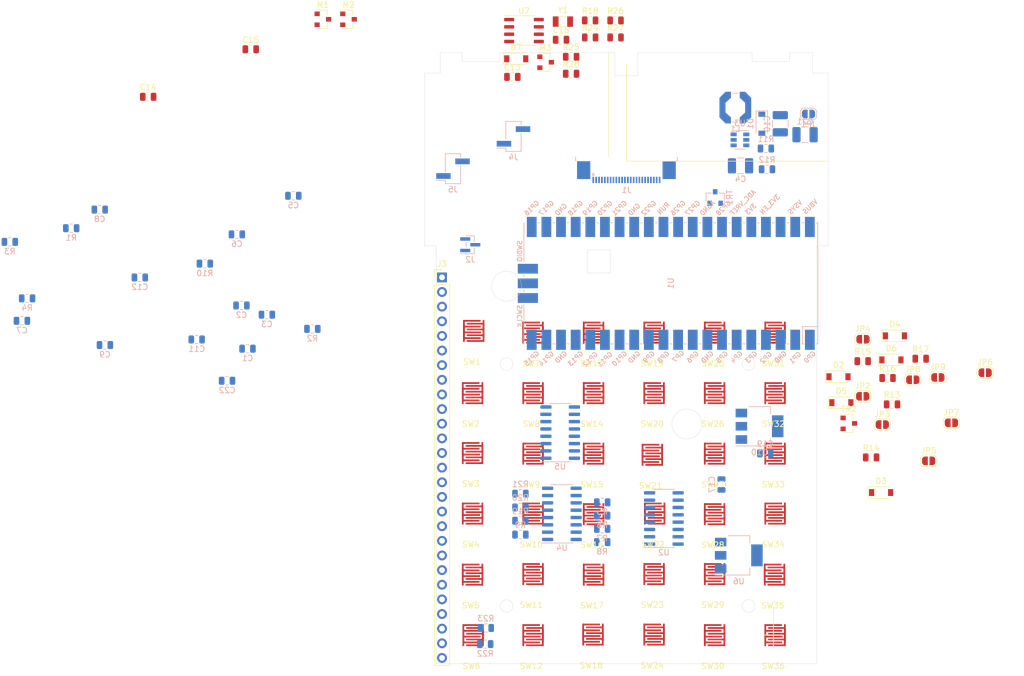
<source format=kicad_pcb>
(kicad_pcb (version 20171130) (host pcbnew 5.1.5+dfsg1-2build2)
  (layers (0 F.Cu signal) (31 B.Cu signal) (34 B.Paste user) (35 F.Paste user) (36 B.SilkS user) (37 F.SilkS user) (38 B.Mask user) (39 F.Mask user) (44 Edge.Cuts user))
  (net 0 "")
  (net 1 GND)
  (net 2 +3V3)
  (net 3 "Net-(C2-Pad1)")
  (net 4 "Net-(C10-Pad2)")
  (net 5 "Net-(C10-Pad1)")
  (net 6 VBAT)
  (net 7 VOLED)
  (net 8 SWD)
  (net 9 SWCLK)
  (net 10 "Net-(D1-Pad2)")
  (net 11 P57)
  (net 12 "Net-(J1-Pad21)")
  (net 13 OLED_SCL)
  (net 14 OLED_SDA)
  (net 15 P52)
  (net 16 P54)
  (net 17 "Net-(R10-Pad1)")
  (net 18 "Net-(R11-Pad2)")
  (net 19 LS_DIR)
  (net 20 P55)
  (net 21 P56)
  (net 22 "Net-(R22-Pad2)")
  (net 23 K2)
  (net 24 p53)
  (net 25 K3)
  (net 26 K1)
  (net 27 K4)
  (net 28 K7)
  (net 29 K5)
  (net 30 K6)
  (net 31 DRV_HV)
  (net 32 OLED_RES)
  (net 33 P50)
  (net 34 P51)
  (net 35 P53)
  (net 36 LATCHIN)
  (net 37 SCLKIN)
  (net 38 SDAIN)
  (net 39 SCLKOUT)
  (net 40 SDAOUT)
  (net 41 LATCHOUT1)
  (net 42 LATCHOUT2)
  (net 43 ESP_ON)
  (net 44 PICO_RX)
  (net 45 PICO_TX)
  (net 46 5V)
  (net 47 BUZZER)
  (net 48 5V_ON)
  (net 49 "Net-(C4-Pad1)")
  (net 50 VBAT_SWITCHED2)
  (net 51 VBAT_SWITCHED1)
  (net 52 "Net-(D2-Pad1)")
  (net 53 "Net-(D3-Pad1)")
  (net 54 VBAT_SW_ON)
  (net 55 EX_ON)
  (net 56 "Net-(D6-Pad1)")
  (net 57 "Net-(JP4-Pad1)")
  (net 58 "Net-(JP6-Pad1)")
  (net 59 "Net-(JP8-Pad2)")
  (net 60 "Net-(C13-Pad1)")
  (net 61 "Net-(C16-Pad1)")
  (net 62 "Net-(D7-Pad1)")
  (net 63 "Net-(M1-Pad2)")
  (net 64 RTC_MFP)
  (net 65 "Net-(M2-Pad1)")
  (module Crystal:Crystal_SMD_3215-2Pin_3.2x1.5mm (layer F.Cu) (at 91.575001 68.275001)
    (fp_text reference Y1 (at 0 -2) (layer F.SilkS))
    (fp_text value 32k768Hz)
    (pad 2 smd rect (at -1.25 0) (size 1 1.8) (layers F.Cu F.Paste F.Mask) (net 60 "Net-(C13-Pad1)"))
    (pad 1 smd rect (at 1.25 0) (size 1 1.8) (layers F.Cu F.Paste F.Mask) (net 61 "Net-(C16-Pad1)"))
  )
  (module Package_SO:SO-8_3.9x4.9mm_P1.27mm (layer F.Cu) (at 84.825001 69.825001)
    (fp_text reference U7 (at 0 -3.4) (layer F.SilkS))
    (fp_text value MCP7940N-xSN)
    (pad 8 smd roundrect (at 2.575 -1.905) (size 1.75 0.6) (layers F.Cu F.Paste F.Mask) (net 2 +3V3))
    (pad 7 smd roundrect (at 2.575 -0.635) (size 1.75 0.6) (layers F.Cu F.Paste F.Mask) (net 64 RTC_MFP))
    (pad 6 smd roundrect (at 2.575 0.635) (size 1.75 0.6) (layers F.Cu F.Paste F.Mask) (net 13 OLED_SCL))
    (pad 5 smd roundrect (at 2.575 1.905) (size 1.75 0.6) (layers F.Cu F.Paste F.Mask) (net 14 OLED_SDA))
    (pad 4 smd roundrect (at -2.575 1.905) (size 1.75 0.6) (layers F.Cu F.Paste F.Mask) (net 1 GND))
    (pad 3 smd roundrect (at -2.575 0.635) (size 1.75 0.6) (layers F.Cu F.Paste F.Mask) (net 62 "Net-(D7-Pad1)"))
    (pad 2 smd roundrect (at -2.575 -0.635) (size 1.75 0.6) (layers F.Cu F.Paste F.Mask) (net 60 "Net-(C13-Pad1)"))
    (pad 1 smd roundrect (at -2.575 -1.905) (size 1.75 0.6) (layers F.Cu F.Paste F.Mask) (net 61 "Net-(C16-Pad1)"))
  )
  (module Resistor_SMD:R_0805_2012Metric (layer F.Cu) (at 93.005001 77.325001)
    (fp_text reference R28 (at 0 -1.65) (layer F.SilkS))
    (fp_text value R_Small)
    (pad 2 smd roundrect (at 0.9375 0) (size 0.975 1.4) (layers F.Cu F.Paste F.Mask) (net 1 GND))
    (pad 1 smd roundrect (at -0.9375 0) (size 0.975 1.4) (layers F.Cu F.Paste F.Mask) (net 62 "Net-(D7-Pad1)"))
  )
  (module Resistor_SMD:R_0805_2012Metric (layer F.Cu) (at 100.715001 71.025001)
    (fp_text reference R27 (at 0 -1.65) (layer F.SilkS))
    (fp_text value R_Small)
    (pad 2 smd roundrect (at 0.9375 0) (size 0.975 1.4) (layers F.Cu F.Paste F.Mask) (net 62 "Net-(D7-Pad1)"))
    (pad 1 smd roundrect (at -0.9375 0) (size 0.975 1.4) (layers F.Cu F.Paste F.Mask) (net 6 VBAT))
  )
  (module Resistor_SMD:R_0805_2012Metric (layer F.Cu) (at 100.715001 68.075001)
    (fp_text reference R26 (at 0 -1.65) (layer F.SilkS))
    (fp_text value 4k7)
    (pad 2 smd roundrect (at 0.9375 0) (size 0.975 1.4) (layers F.Cu F.Paste F.Mask) (net 13 OLED_SCL))
    (pad 1 smd roundrect (at -0.9375 0) (size 0.975 1.4) (layers F.Cu F.Paste F.Mask) (net 2 +3V3))
  )
  (module Resistor_SMD:R_0805_2012Metric (layer F.Cu) (at 93.005001 74.375001)
    (fp_text reference R25 (at 0 -1.65) (layer F.SilkS))
    (fp_text value 4k7)
    (pad 2 smd roundrect (at 0.9375 0) (size 0.975 1.4) (layers F.Cu F.Paste F.Mask) (net 14 OLED_SDA))
    (pad 1 smd roundrect (at -0.9375 0) (size 0.975 1.4) (layers F.Cu F.Paste F.Mask) (net 2 +3V3))
  )
  (module Resistor_SMD:R_0805_2012Metric (layer F.Cu) (at 96.305001 71.025001)
    (fp_text reference R24 (at 0 -1.65) (layer F.SilkS))
    (fp_text value R_Small)
    (pad 2 smd roundrect (at 0.9375 0) (size 0.975 1.4) (layers F.Cu F.Paste F.Mask) (net 63 "Net-(M1-Pad2)"))
    (pad 1 smd roundrect (at -0.9375 0) (size 0.975 1.4) (layers F.Cu F.Paste F.Mask) (net 6 VBAT))
  )
  (module Resistor_SMD:R_0805_2012Metric (layer F.Cu) (at 96.305001 68.075001)
    (fp_text reference R18 (at 0 -1.65) (layer F.SilkS))
    (fp_text value R_Small)
    (pad 2 smd roundrect (at 0.9375 0) (size 0.975 1.4) (layers F.Cu F.Paste F.Mask) (net 64 RTC_MFP))
    (pad 1 smd roundrect (at -0.9375 0) (size 0.975 1.4) (layers F.Cu F.Paste F.Mask) (net 6 VBAT))
  )
  (module Package_TO_SOT_SMD:SOT-23 (layer F.Cu) (at 88.575001 75.325001)
    (fp_text reference M3 (at 0 -2.5) (layer F.SilkS))
    (fp_text value P-CHANNEL-MOSFET)
    (pad 3 smd rect (at 1 0) (size 0.9 0.8) (layers F.Cu F.Paste F.Mask) (net 57 "Net-(JP4-Pad1)"))
    (pad 2 smd rect (at -1 0.95) (size 0.9 0.8) (layers F.Cu F.Paste F.Mask) (net 6 VBAT))
    (pad 1 smd rect (at -1 -0.95) (size 0.9 0.8) (layers F.Cu F.Paste F.Mask) (net 65 "Net-(M2-Pad1)"))
  )
  (module Diode_SMD:D_SOD-123 (layer F.Cu) (at 83.475001 74.725001)
    (fp_text reference D7 (at 0 -2) (layer F.SilkS))
    (fp_text value 4v7)
    (pad 2 smd rect (at 1.65 0) (size 0.9 1.2) (layers F.Cu F.Paste F.Mask) (net 1 GND))
    (pad 1 smd rect (at -1.65 0) (size 0.9 1.2) (layers F.Cu F.Paste F.Mask) (net 62 "Net-(D7-Pad1)"))
  )
  (module Capacitor_SMD:C_0805_2012Metric (layer F.Cu) (at 91.255001 71.425001)
    (fp_text reference C16 (at 0 -1.65) (layer F.SilkS))
    (fp_text value C)
    (pad 2 smd roundrect (at 0.9375 0) (size 0.975 1.4) (layers F.Cu F.Paste F.Mask) (net 1 GND))
    (pad 1 smd roundrect (at -0.9375 0) (size 0.975 1.4) (layers F.Cu F.Paste F.Mask) (net 61 "Net-(C16-Pad1)"))
  )
  (module Capacitor_SMD:C_0805_2012Metric (layer F.Cu) (at 82.805001 77.875001)
    (fp_text reference C13 (at 0 -1.65) (layer F.SilkS))
    (fp_text value C)
    (pad 2 smd roundrect (at 0.9375 0) (size 0.975 1.4) (layers F.Cu F.Paste F.Mask) (net 1 GND))
    (pad 1 smd roundrect (at -0.9375 0) (size 0.975 1.4) (layers F.Cu F.Paste F.Mask) (net 60 "Net-(C13-Pad1)"))
  )
  (module Package_TO_SOT_SMD:SOT-23 (layer F.Cu) (at 54.375001 67.875001)
    (fp_text reference M2 (at 0 -2.5) (layer F.SilkS))
    (fp_text value P-CHANNEL-MOSFET)
    (pad 3 smd rect (at 1 0) (size 0.9 0.8) (layers F.Cu F.Paste F.Mask) (net 58 "Net-(JP6-Pad1)"))
    (pad 2 smd rect (at -1 0.95) (size 0.9 0.8) (layers F.Cu F.Paste F.Mask) (net 6 VBAT))
    (pad 1 smd rect (at -1 -0.95) (size 0.9 0.8) (layers F.Cu F.Paste F.Mask) (net 65 "Net-(M2-Pad1)"))
  )
  (module Package_TO_SOT_SMD:SOT-23 (layer F.Cu) (at 49.925001 67.875001)
    (fp_text reference M1 (at 0 -2.5) (layer F.SilkS))
    (fp_text value P-CHANNEL-MOSFET)
    (pad 3 smd rect (at 1 0) (size 0.9 0.8) (layers F.Cu F.Paste F.Mask) (net 53 "Net-(D3-Pad1)"))
    (pad 2 smd rect (at -1 0.95) (size 0.9 0.8) (layers F.Cu F.Paste F.Mask) (net 63 "Net-(M1-Pad2)"))
    (pad 1 smd rect (at -1 -0.95) (size 0.9 0.8) (layers F.Cu F.Paste F.Mask) (net 64 RTC_MFP))
  )
  (module Package_TO_SOT_SMD:SOT-23 (layer F.Cu) (at 141.2 138)
    (fp_text reference TR2 (at 0 -2.5) (layer F.SilkS))
    (fp_text value Si2302CDS-n-channel)
    (pad 3 smd rect (at 1 0) (size 0.9 0.8) (layers F.Cu F.Paste F.Mask) (net 65 "Net-(M2-Pad1)"))
    (pad 2 smd rect (at -1 0.95) (size 0.9 0.8) (layers F.Cu F.Paste F.Mask) (net 1 GND))
    (pad 1 smd rect (at -1 -0.95) (size 0.9 0.8) (layers F.Cu F.Paste F.Mask) (net 53 "Net-(D3-Pad1)"))
  )
  (module Resistor_SMD:R_0805_2012Metric (layer F.Cu) (at 153.665001 126.775001)
    (fp_text reference R17 (at 0 -1.65) (layer F.SilkS))
    (fp_text value R_Small)
    (pad 2 smd roundrect (at 0.9375 0) (size 0.975 1.4) (layers F.Cu F.Paste F.Mask) (net 1 GND))
    (pad 1 smd roundrect (at -0.9375 0) (size 0.975 1.4) (layers F.Cu F.Paste F.Mask) (net 56 "Net-(D6-Pad1)"))
  )
  (module Resistor_SMD:R_0805_2012Metric (layer F.Cu) (at 147.915001 130.125001)
    (fp_text reference R16 (at 0 -1.65) (layer F.SilkS))
    (fp_text value R_Small)
    (pad 2 smd roundrect (at 0.9375 0) (size 0.975 1.4) (layers F.Cu F.Paste F.Mask) (net 56 "Net-(D6-Pad1)"))
    (pad 1 smd roundrect (at -0.9375 0) (size 0.975 1.4) (layers F.Cu F.Paste F.Mask) (net 6 VBAT))
  )
  (module Resistor_SMD:R_0805_2012Metric (layer F.Cu) (at 143.6 127.2)
    (fp_text reference R15 (at 0 -1.65) (layer F.SilkS))
    (fp_text value R_Small)
    (pad 2 smd roundrect (at 0.9375 0) (size 0.975 1.4) (layers F.Cu F.Paste F.Mask) (net 1 GND))
    (pad 1 smd roundrect (at -0.9375 0) (size 0.975 1.4) (layers F.Cu F.Paste F.Mask) (net 31 DRV_HV))
  )
  (module Resistor_SMD:R_0805_2012Metric (layer F.Cu) (at 145.0625 143.9)
    (fp_text reference R14 (at 0 -1.65) (layer F.SilkS))
    (fp_text value R_Small)
    (pad 2 smd roundrect (at 0.9375 0) (size 0.975 1.4) (layers F.Cu F.Paste F.Mask) (net 65 "Net-(M2-Pad1)"))
    (pad 1 smd roundrect (at -0.9375 0) (size 0.975 1.4) (layers F.Cu F.Paste F.Mask) (net 6 VBAT))
  )
  (module Resistor_SMD:R_0805_2012Metric (layer F.Cu) (at 148.7 134.7)
    (fp_text reference R13 (at 0 -1.65) (layer F.SilkS))
    (fp_text value R_Small)
    (pad 2 smd roundrect (at 0.9375 0) (size 0.975 1.4) (layers F.Cu F.Paste F.Mask) (net 1 GND))
    (pad 1 smd roundrect (at -0.9375 0) (size 0.975 1.4) (layers F.Cu F.Paste F.Mask) (net 53 "Net-(D3-Pad1)"))
  )
  (module Jumper:SolderJumper-2_P1.3mm_Open_RoundedPad1.0x1.5mm (layer F.Cu) (at 156.645001 130.025001)
    (fp_text reference JP9 (at 0 -1.8) (layer F.SilkS))
    (fp_text value Jumper_NO_Small)
    (pad 2 smd custom (at 0.65 0) (size 1 0.5) (layers F.Cu F.Mask) (net 59 "Net-(JP8-Pad2)") (options (clearance outline) (anchor rect)) (primitives (gr_circle (center 0 0.25) (end 0.5 0.25) (width 0)) (gr_circle (center 0 -0.25) (end 0.5 -0.25) (width 0)) (gr_poly (pts (xy 0 -0.75) (xy -0.5 -0.75) (xy -0.5 0.75) (xy 0 0.75)) (width 0))))
    (pad 1 smd custom (at -0.65 0) (size 1 0.5) (layers F.Cu F.Mask) (net 56 "Net-(D6-Pad1)") (options (clearance outline) (anchor rect)) (primitives (gr_circle (center 0 0.25) (end 0.5 0.25) (width 0)) (gr_circle (center 0 -0.25) (end 0.5 -0.25) (width 0)) (gr_poly (pts (xy 0 -0.75) (xy 0.5 -0.75) (xy 0.5 0.75) (xy 0 0.75)) (width 0))))
  )
  (module Jumper:SolderJumper-2_P1.3mm_Open_RoundedPad1.0x1.5mm (layer F.Cu) (at 152.295001 130.425001)
    (fp_text reference JP8 (at 0 -1.8) (layer F.SilkS))
    (fp_text value Jumper_NO_Small)
    (pad 2 smd custom (at 0.65 0) (size 1 0.5) (layers F.Cu F.Mask) (net 59 "Net-(JP8-Pad2)") (options (clearance outline) (anchor rect)) (primitives (gr_circle (center 0 0.25) (end 0.5 0.25) (width 0)) (gr_circle (center 0 -0.25) (end 0.5 -0.25) (width 0)) (gr_poly (pts (xy 0 -0.75) (xy -0.5 -0.75) (xy -0.5 0.75) (xy 0 0.75)) (width 0))))
    (pad 1 smd custom (at -0.65 0) (size 1 0.5) (layers F.Cu F.Mask) (net 2 +3V3) (options (clearance outline) (anchor rect)) (primitives (gr_circle (center 0 0.25) (end 0.5 0.25) (width 0)) (gr_circle (center 0 -0.25) (end 0.5 -0.25) (width 0)) (gr_poly (pts (xy 0 -0.75) (xy 0.5 -0.75) (xy 0.5 0.75) (xy 0 0.75)) (width 0))))
  )
  (module Jumper:SolderJumper-2_P1.3mm_Open_RoundedPad1.0x1.5mm (layer F.Cu) (at 159 137.9)
    (fp_text reference JP7 (at 0 -1.8) (layer F.SilkS))
    (fp_text value Jumper_NO_Small)
    (pad 2 smd custom (at 0.65 0) (size 1 0.5) (layers F.Cu F.Mask) (net 50 VBAT_SWITCHED2) (options (clearance outline) (anchor rect)) (primitives (gr_circle (center 0 0.25) (end 0.5 0.25) (width 0)) (gr_circle (center 0 -0.25) (end 0.5 -0.25) (width 0)) (gr_poly (pts (xy 0 -0.75) (xy -0.5 -0.75) (xy -0.5 0.75) (xy 0 0.75)) (width 0))))
    (pad 1 smd custom (at -0.65 0) (size 1 0.5) (layers F.Cu F.Mask) (net 6 VBAT) (options (clearance outline) (anchor rect)) (primitives (gr_circle (center 0 0.25) (end 0.5 0.25) (width 0)) (gr_circle (center 0 -0.25) (end 0.5 -0.25) (width 0)) (gr_poly (pts (xy 0 -0.75) (xy 0.5 -0.75) (xy 0.5 0.75) (xy 0 0.75)) (width 0))))
  )
  (module Jumper:SolderJumper-2_P1.3mm_Open_RoundedPad1.0x1.5mm (layer F.Cu) (at 164.85 129.2)
    (fp_text reference JP6 (at 0 -1.8) (layer F.SilkS))
    (fp_text value Jumper_NO_Small)
    (pad 2 smd custom (at 0.65 0) (size 1 0.5) (layers F.Cu F.Mask) (net 50 VBAT_SWITCHED2) (options (clearance outline) (anchor rect)) (primitives (gr_circle (center 0 0.25) (end 0.5 0.25) (width 0)) (gr_circle (center 0 -0.25) (end 0.5 -0.25) (width 0)) (gr_poly (pts (xy 0 -0.75) (xy -0.5 -0.75) (xy -0.5 0.75) (xy 0 0.75)) (width 0))))
    (pad 1 smd custom (at -0.65 0) (size 1 0.5) (layers F.Cu F.Mask) (net 58 "Net-(JP6-Pad1)") (options (clearance outline) (anchor rect)) (primitives (gr_circle (center 0 0.25) (end 0.5 0.25) (width 0)) (gr_circle (center 0 -0.25) (end 0.5 -0.25) (width 0)) (gr_poly (pts (xy 0 -0.75) (xy 0.5 -0.75) (xy 0.5 0.75) (xy 0 0.75)) (width 0))))
  )
  (module Jumper:SolderJumper-2_P1.3mm_Open_RoundedPad1.0x1.5mm (layer F.Cu) (at 155.05 144.5)
    (fp_text reference JP5 (at 0 -1.8) (layer F.SilkS))
    (fp_text value Jumper_NO_Small)
    (pad 2 smd custom (at 0.65 0) (size 1 0.5) (layers F.Cu F.Mask) (net 51 VBAT_SWITCHED1) (options (clearance outline) (anchor rect)) (primitives (gr_circle (center 0 0.25) (end 0.5 0.25) (width 0)) (gr_circle (center 0 -0.25) (end 0.5 -0.25) (width 0)) (gr_poly (pts (xy 0 -0.75) (xy -0.5 -0.75) (xy -0.5 0.75) (xy 0 0.75)) (width 0))))
    (pad 1 smd custom (at -0.65 0) (size 1 0.5) (layers F.Cu F.Mask) (net 6 VBAT) (options (clearance outline) (anchor rect)) (primitives (gr_circle (center 0 0.25) (end 0.5 0.25) (width 0)) (gr_circle (center 0 -0.25) (end 0.5 -0.25) (width 0)) (gr_poly (pts (xy 0 -0.75) (xy 0.5 -0.75) (xy 0.5 0.75) (xy 0 0.75)) (width 0))))
  )
  (module Jumper:SolderJumper-2_P1.3mm_Open_RoundedPad1.0x1.5mm (layer F.Cu) (at 143.65 123.4)
    (fp_text reference JP4 (at 0 -1.8) (layer F.SilkS))
    (fp_text value Jumper_NO_Small)
    (pad 2 smd custom (at 0.65 0) (size 1 0.5) (layers F.Cu F.Mask) (net 51 VBAT_SWITCHED1) (options (clearance outline) (anchor rect)) (primitives (gr_circle (center 0 0.25) (end 0.5 0.25) (width 0)) (gr_circle (center 0 -0.25) (end 0.5 -0.25) (width 0)) (gr_poly (pts (xy 0 -0.75) (xy -0.5 -0.75) (xy -0.5 0.75) (xy 0 0.75)) (width 0))))
    (pad 1 smd custom (at -0.65 0) (size 1 0.5) (layers F.Cu F.Mask) (net 57 "Net-(JP4-Pad1)") (options (clearance outline) (anchor rect)) (primitives (gr_circle (center 0 0.25) (end 0.5 0.25) (width 0)) (gr_circle (center 0 -0.25) (end 0.5 -0.25) (width 0)) (gr_poly (pts (xy 0 -0.75) (xy 0.5 -0.75) (xy 0.5 0.75) (xy 0 0.75)) (width 0))))
  )
  (module Jumper:SolderJumper-2_P1.3mm_Open_RoundedPad1.0x1.5mm (layer F.Cu) (at 147 138.2)
    (fp_text reference JP3 (at 0 -1.8) (layer F.SilkS))
    (fp_text value Jumper_NO_Small)
    (pad 2 smd custom (at 0.65 0) (size 1 0.5) (layers F.Cu F.Mask) (net 49 "Net-(C4-Pad1)") (options (clearance outline) (anchor rect)) (primitives (gr_circle (center 0 0.25) (end 0.5 0.25) (width 0)) (gr_circle (center 0 -0.25) (end 0.5 -0.25) (width 0)) (gr_poly (pts (xy 0 -0.75) (xy -0.5 -0.75) (xy -0.5 0.75) (xy 0 0.75)) (width 0))))
    (pad 1 smd custom (at -0.65 0) (size 1 0.5) (layers F.Cu F.Mask) (net 6 VBAT) (options (clearance outline) (anchor rect)) (primitives (gr_circle (center 0 0.25) (end 0.5 0.25) (width 0)) (gr_circle (center 0 -0.25) (end 0.5 -0.25) (width 0)) (gr_poly (pts (xy 0 -0.75) (xy 0.5 -0.75) (xy 0.5 0.75) (xy 0 0.75)) (width 0))))
  )
  (module Jumper:SolderJumper-2_P1.3mm_Open_RoundedPad1.0x1.5mm (layer F.Cu) (at 143.6 133.3)
    (fp_text reference JP2 (at 0 -1.8) (layer F.SilkS))
    (fp_text value Jumper_NO_Small)
    (pad 2 smd custom (at 0.65 0) (size 1 0.5) (layers F.Cu F.Mask) (net 49 "Net-(C4-Pad1)") (options (clearance outline) (anchor rect)) (primitives (gr_circle (center 0 0.25) (end 0.5 0.25) (width 0)) (gr_circle (center 0 -0.25) (end 0.5 -0.25) (width 0)) (gr_poly (pts (xy 0 -0.75) (xy -0.5 -0.75) (xy -0.5 0.75) (xy 0 0.75)) (width 0))))
    (pad 1 smd custom (at -0.65 0) (size 1 0.5) (layers F.Cu F.Mask) (net 2 +3V3) (options (clearance outline) (anchor rect)) (primitives (gr_circle (center 0 0.25) (end 0.5 0.25) (width 0)) (gr_circle (center 0 -0.25) (end 0.5 -0.25) (width 0)) (gr_poly (pts (xy 0 -0.75) (xy 0.5 -0.75) (xy 0.5 0.75) (xy 0 0.75)) (width 0))))
  )
  (module Diode_SMD:D_SOD-123 (layer F.Cu) (at 148.585001 126.975001)
    (fp_text reference D6 (at 0 -2) (layer F.SilkS))
    (fp_text value 4v7)
    (pad 2 smd rect (at 1.65 0) (size 0.9 1.2) (layers F.Cu F.Paste F.Mask) (net 1 GND))
    (pad 1 smd rect (at -1.65 0) (size 0.9 1.2) (layers F.Cu F.Paste F.Mask) (net 56 "Net-(D6-Pad1)"))
  )
  (module Diode_SMD:D_SOD-123 (layer F.Cu) (at 139.9 134.4)
    (fp_text reference D5 (at 0 -2) (layer F.SilkS))
    (fp_text value D)
    (pad 2 smd rect (at 1.65 0) (size 0.9 1.2) (layers F.Cu F.Paste F.Mask) (net 55 EX_ON))
    (pad 1 smd rect (at -1.65 0) (size 0.9 1.2) (layers F.Cu F.Paste F.Mask) (net 53 "Net-(D3-Pad1)"))
  )
  (module Diode_SMD:D_SOD-123 (layer F.Cu) (at 149.2 122.8)
    (fp_text reference D4 (at 0 -2) (layer F.SilkS))
    (fp_text value D)
    (pad 2 smd rect (at 1.65 0) (size 0.9 1.2) (layers F.Cu F.Paste F.Mask) (net 54 VBAT_SW_ON))
    (pad 1 smd rect (at -1.65 0) (size 0.9 1.2) (layers F.Cu F.Paste F.Mask) (net 53 "Net-(D3-Pad1)"))
  )
  (module Diode_SMD:D_SOD-123 (layer F.Cu) (at 146.8 150)
    (fp_text reference D3 (at 0 -2) (layer F.SilkS))
    (fp_text value D)
    (pad 2 smd rect (at 1.65 0) (size 0.9 1.2) (layers F.Cu F.Paste F.Mask) (net 11 P57))
    (pad 1 smd rect (at -1.65 0) (size 0.9 1.2) (layers F.Cu F.Paste F.Mask) (net 53 "Net-(D3-Pad1)"))
  )
  (module Diode_SMD:D_SOD-123 (layer F.Cu) (at 139.4 129.9)
    (fp_text reference D2 (at 0 -2) (layer F.SilkS))
    (fp_text value D_Schottky)
    (pad 2 smd rect (at 1.65 0) (size 0.9 1.2) (layers F.Cu F.Paste F.Mask) (net 46 5V))
    (pad 1 smd rect (at -1.65 0) (size 0.9 1.2) (layers F.Cu F.Paste F.Mask) (net 52 "Net-(D2-Pad1)"))
  )
  (module Package_TO_SOT_SMD:SOT-223-3_TabPin2 (layer B.Cu) (at 122.1 160.9)
    (fp_text reference U6 (at 0 4.5) (layer B.SilkS) (effects (justify mirror)))
    (fp_text value AMS1117-5.0)
    (pad 1 smd rect (at -3.15 2.3) (size 2 1.5) (layers B.Cu B.Paste B.Mask) (net 1 GND))
    (pad 3 smd rect (at -3.15 -2.3) (size 2 1.5) (layers B.Cu B.Paste B.Mask) (net 50 VBAT_SWITCHED2))
    (pad 2 smd rect (at -3.15 0) (size 2 1.5) (layers B.Cu B.Paste B.Mask) (net 46 5V))
    (pad 2 smd rect (at 3.15 0) (size 2 3.8) (layers B.Cu B.Paste B.Mask) (net 46 5V))
  )
  (module Connector_PinHeader_2.54mm:PinHeader_1x02_P2.54mm_Vertical_SMD_Pin1Left (layer B.Cu) (at 72.5 93.8)
    (fp_text reference J5 (at 0 3.6) (layer B.SilkS) (effects (justify mirror)))
    (fp_text value Conn_01x02_Female)
    (pad 2 smd rect (at 1.655 -1.27) (size 2.51 1) (layers B.Cu B.Paste B.Mask) (net 1 GND))
    (pad 1 smd rect (at -1.655 1.27) (size 2.51 1) (layers B.Cu B.Paste B.Mask) (net 6 VBAT))
  )
  (module Connector_PinHeader_2.54mm:PinHeader_1x02_P2.54mm_Vertical_SMD_Pin1Left (layer B.Cu) (at 83 88.2)
    (fp_text reference J4 (at 0 3.6) (layer B.SilkS) (effects (justify mirror)))
    (fp_text value Conn_01x02_Female)
    (pad 2 smd rect (at 1.655 -1.27) (size 2.51 1) (layers B.Cu B.Paste B.Mask) (net 1 GND))
    (pad 1 smd rect (at -1.655 1.27) (size 2.51 1) (layers B.Cu B.Paste B.Mask) (net 47 BUZZER))
  )
  (module Capacitor_SMD:C_0805_2012Metric (layer F.Cu) (at 37.405001 73.075001)
    (fp_text reference C15 (at 0 -1.65) (layer F.SilkS))
    (fp_text value 100n)
    (pad 2 smd roundrect (at 0.9375 0) (size 0.975 1.4) (layers F.Cu F.Paste F.Mask) (net 1 GND))
    (pad 1 smd roundrect (at -0.9375 0) (size 0.975 1.4) (layers F.Cu F.Paste F.Mask) (net 46 5V))
  )
  (module Capacitor_SMD:C_0805_2012Metric (layer F.Cu) (at 19.605001 81.325001)
    (fp_text reference C14 (at 0 -1.65) (layer F.SilkS))
    (fp_text value 100n)
    (pad 2 smd roundrect (at 0.9375 0) (size 0.975 1.4) (layers F.Cu F.Paste F.Mask) (net 1 GND))
    (pad 1 smd roundrect (at -0.9375 0) (size 0.975 1.4) (layers F.Cu F.Paste F.Mask) (net 50 VBAT_SWITCHED2))
  )
  (module Diode_SMD:D_SOD-123 (layer B.Cu) (at 126.1 86 270)
    (fp_text reference D1 (at 0 2 90) (layer B.SilkS) (effects (justify mirror)))
    (fp_text value SS36)
    (pad 2 smd rect (at 1.65 0 270) (size 0.9 1.2) (layers B.Cu B.Paste B.Mask) (net 10 "Net-(D1-Pad2)"))
    (pad 1 smd rect (at -1.65 0 270) (size 0.9 1.2) (layers B.Cu B.Paste B.Mask) (net 5 "Net-(C10-Pad1)"))
  )
  (module Package_SO:SOIC-16_3.9x9.9mm_P1.27mm (layer B.Cu) (at 91.1 139.6)
    (fp_text reference U5 (at 0 5.9) (layer B.SilkS) (effects (justify mirror)))
    (fp_text value 74HC595)
    (pad 16 smd roundrect (at 2.475 4.445) (size 1.95 0.6) (layers B.Cu B.Paste B.Mask) (net 2 +3V3))
    (pad 15 smd roundrect (at 2.475 3.175) (size 1.95 0.6) (layers B.Cu B.Paste B.Mask) (net 31 DRV_HV))
    (pad 14 smd roundrect (at 2.475 1.905) (size 1.95 0.6) (layers B.Cu B.Paste B.Mask) (net 40 SDAOUT))
    (pad 13 smd roundrect (at 2.475 0.635) (size 1.95 0.6) (layers B.Cu B.Paste B.Mask) (net 1 GND))
    (pad 12 smd roundrect (at 2.475 -0.635) (size 1.95 0.6) (layers B.Cu B.Paste B.Mask) (net 42 LATCHOUT2))
    (pad 11 smd roundrect (at 2.475 -1.905) (size 1.95 0.6) (layers B.Cu B.Paste B.Mask) (net 39 SCLKOUT))
    (pad 10 smd roundrect (at 2.475 -3.175) (size 1.95 0.6) (layers B.Cu B.Paste B.Mask) (net 2 +3V3))
    (pad 9 smd roundrect (at 2.475 -4.445) (size 1.95 0.6) (layers B.Cu B.Paste B.Mask))
    (pad 8 smd roundrect (at -2.475 -4.445) (size 1.95 0.6) (layers B.Cu B.Paste B.Mask) (net 1 GND))
    (pad 7 smd roundrect (at -2.475 -3.175) (size 1.95 0.6) (layers B.Cu B.Paste B.Mask))
    (pad 6 smd roundrect (at -2.475 -1.905) (size 1.95 0.6) (layers B.Cu B.Paste B.Mask))
    (pad 5 smd roundrect (at -2.475 -0.635) (size 1.95 0.6) (layers B.Cu B.Paste B.Mask))
    (pad 4 smd roundrect (at -2.475 0.635) (size 1.95 0.6) (layers B.Cu B.Paste B.Mask))
    (pad 3 smd roundrect (at -2.475 1.905) (size 1.95 0.6) (layers B.Cu B.Paste B.Mask) (net 48 5V_ON))
    (pad 2 smd roundrect (at -2.475 3.175) (size 1.95 0.6) (layers B.Cu B.Paste B.Mask) (net 47 BUZZER))
    (pad 1 smd roundrect (at -2.475 4.445) (size 1.95 0.6) (layers B.Cu B.Paste B.Mask) (net 43 ESP_ON))
  )
  (module Package_SO:SOIC-16_3.9x9.9mm_P1.27mm (layer B.Cu) (at 91.4 153.7)
    (fp_text reference U4 (at 0 5.9) (layer B.SilkS) (effects (justify mirror)))
    (fp_text value 74LS165)
    (pad 16 smd roundrect (at 2.475 4.445) (size 1.95 0.6) (layers B.Cu B.Paste B.Mask) (net 2 +3V3))
    (pad 15 smd roundrect (at 2.475 3.175) (size 1.95 0.6) (layers B.Cu B.Paste B.Mask) (net 1 GND))
    (pad 14 smd roundrect (at 2.475 1.905) (size 1.95 0.6) (layers B.Cu B.Paste B.Mask) (net 35 P53))
    (pad 13 smd roundrect (at 2.475 0.635) (size 1.95 0.6) (layers B.Cu B.Paste B.Mask) (net 15 P52))
    (pad 12 smd roundrect (at 2.475 -0.635) (size 1.95 0.6) (layers B.Cu B.Paste B.Mask) (net 34 P51))
    (pad 11 smd roundrect (at 2.475 -1.905) (size 1.95 0.6) (layers B.Cu B.Paste B.Mask) (net 33 P50))
    (pad 10 smd roundrect (at 2.475 -3.175) (size 1.95 0.6) (layers B.Cu B.Paste B.Mask) (net 1 GND))
    (pad 9 smd roundrect (at 2.475 -4.445) (size 1.95 0.6) (layers B.Cu B.Paste B.Mask) (net 38 SDAIN))
    (pad 8 smd roundrect (at -2.475 -4.445) (size 1.95 0.6) (layers B.Cu B.Paste B.Mask) (net 1 GND))
    (pad 7 smd roundrect (at -2.475 -3.175) (size 1.95 0.6) (layers B.Cu B.Paste B.Mask))
    (pad 6 smd roundrect (at -2.475 -1.905) (size 1.95 0.6) (layers B.Cu B.Paste B.Mask) (net 11 P57))
    (pad 5 smd roundrect (at -2.475 -0.635) (size 1.95 0.6) (layers B.Cu B.Paste B.Mask) (net 21 P56))
    (pad 4 smd roundrect (at -2.475 0.635) (size 1.95 0.6) (layers B.Cu B.Paste B.Mask) (net 20 P55))
    (pad 3 smd roundrect (at -2.475 1.905) (size 1.95 0.6) (layers B.Cu B.Paste B.Mask) (net 16 P54))
    (pad 2 smd roundrect (at -2.475 3.175) (size 1.95 0.6) (layers B.Cu B.Paste B.Mask) (net 37 SCLKIN))
    (pad 1 smd roundrect (at -2.475 4.445) (size 1.95 0.6) (layers B.Cu B.Paste B.Mask) (net 36 LATCHIN))
  )
  (module Package_SO:SOIC-16_3.9x9.9mm_P1.27mm (layer B.Cu) (at 109.1 154.5)
    (fp_text reference U2 (at 0 5.9) (layer B.SilkS) (effects (justify mirror)))
    (fp_text value 74HC595)
    (pad 16 smd roundrect (at 2.475 4.445) (size 1.95 0.6) (layers B.Cu B.Paste B.Mask) (net 2 +3V3))
    (pad 15 smd roundrect (at 2.475 3.175) (size 1.95 0.6) (layers B.Cu B.Paste B.Mask) (net 26 K1))
    (pad 14 smd roundrect (at 2.475 1.905) (size 1.95 0.6) (layers B.Cu B.Paste B.Mask) (net 40 SDAOUT))
    (pad 13 smd roundrect (at 2.475 0.635) (size 1.95 0.6) (layers B.Cu B.Paste B.Mask) (net 1 GND))
    (pad 12 smd roundrect (at 2.475 -0.635) (size 1.95 0.6) (layers B.Cu B.Paste B.Mask) (net 41 LATCHOUT1))
    (pad 11 smd roundrect (at 2.475 -1.905) (size 1.95 0.6) (layers B.Cu B.Paste B.Mask) (net 39 SCLKOUT))
    (pad 10 smd roundrect (at 2.475 -3.175) (size 1.95 0.6) (layers B.Cu B.Paste B.Mask) (net 2 +3V3))
    (pad 9 smd roundrect (at 2.475 -4.445) (size 1.95 0.6) (layers B.Cu B.Paste B.Mask))
    (pad 8 smd roundrect (at -2.475 -4.445) (size 1.95 0.6) (layers B.Cu B.Paste B.Mask) (net 1 GND))
    (pad 7 smd roundrect (at -2.475 -3.175) (size 1.95 0.6) (layers B.Cu B.Paste B.Mask) (net 32 OLED_RES))
    (pad 6 smd roundrect (at -2.475 -1.905) (size 1.95 0.6) (layers B.Cu B.Paste B.Mask) (net 28 K7))
    (pad 5 smd roundrect (at -2.475 -0.635) (size 1.95 0.6) (layers B.Cu B.Paste B.Mask) (net 30 K6))
    (pad 4 smd roundrect (at -2.475 0.635) (size 1.95 0.6) (layers B.Cu B.Paste B.Mask) (net 29 K5))
    (pad 3 smd roundrect (at -2.475 1.905) (size 1.95 0.6) (layers B.Cu B.Paste B.Mask) (net 27 K4))
    (pad 2 smd roundrect (at -2.475 3.175) (size 1.95 0.6) (layers B.Cu B.Paste B.Mask) (net 25 K3))
    (pad 1 smd roundrect (at -2.475 4.445) (size 1.95 0.6) (layers B.Cu B.Paste B.Mask) (net 23 K2))
  )
  (module ajm_kicad:TE_2-1734839-4_1x24-1MP_P0.5mm_Horizontal_reversed_pinout (layer B.Cu) (at 102.6 94.4)
    (fp_text reference J1 (at 0 3.1) (layer B.SilkS) (effects (justify mirror)))
    (fp_text value Conn_01x24_Female)
    (pad MP smd rect (at 7.42 -0.35) (size 2.3 3.1) (layers B.Cu B.Paste B.Mask))
    (pad MP smd rect (at -7.42 -0.35) (size 2.3 3.1) (layers B.Cu B.Paste B.Mask))
    (pad 24 smd rect (at -5.75 1.35 180) (size 0.3 1.1) (layers B.Cu B.Paste B.Mask) (net 1 GND))
    (pad 23 smd rect (at -5.25 1.35 180) (size 0.3 1.1) (layers B.Cu B.Paste B.Mask) (net 7 VOLED))
    (pad 22 smd rect (at -4.75 1.35 180) (size 0.3 1.1) (layers B.Cu B.Paste B.Mask) (net 3 "Net-(C2-Pad1)"))
    (pad 21 smd rect (at -4.25 1.35 180) (size 0.3 1.1) (layers B.Cu B.Paste B.Mask) (net 12 "Net-(J1-Pad21)"))
    (pad 20 smd rect (at -3.75 1.35 180) (size 0.3 1.1) (layers B.Cu B.Paste B.Mask) (net 1 GND))
    (pad 19 smd rect (at -3.25 1.35 180) (size 0.3 1.1) (layers B.Cu B.Paste B.Mask) (net 1 GND))
    (pad 18 smd rect (at -2.75 1.35 180) (size 0.3 1.1) (layers B.Cu B.Paste B.Mask) (net 1 GND))
    (pad 17 smd rect (at -2.25 1.35 180) (size 0.3 1.1) (layers B.Cu B.Paste B.Mask) (net 1 GND))
    (pad 16 smd rect (at -1.75 1.35 180) (size 0.3 1.1) (layers B.Cu B.Paste B.Mask) (net 1 GND))
    (pad 15 smd rect (at -1.25 1.35 180) (size 0.3 1.1) (layers B.Cu B.Paste B.Mask) (net 14 OLED_SDA))
    (pad 14 smd rect (at -0.75 1.35 180) (size 0.3 1.1) (layers B.Cu B.Paste B.Mask) (net 14 OLED_SDA))
    (pad 13 smd rect (at -0.25 1.35 180) (size 0.3 1.1) (layers B.Cu B.Paste B.Mask) (net 13 OLED_SCL))
    (pad 12 smd rect (at 0.25 1.35 180) (size 0.3 1.1) (layers B.Cu B.Paste B.Mask) (net 1 GND))
    (pad 11 smd rect (at 0.75 1.35 180) (size 0.3 1.1) (layers B.Cu B.Paste B.Mask) (net 1 GND))
    (pad 10 smd rect (at 1.25 1.35 180) (size 0.3 1.1) (layers B.Cu B.Paste B.Mask))
    (pad 9 smd rect (at 1.75 1.35 180) (size 0.3 1.1) (layers B.Cu B.Paste B.Mask) (net 32 OLED_RES))
    (pad 8 smd rect (at 2.25 1.35 180) (size 0.3 1.1) (layers B.Cu B.Paste B.Mask) (net 1 GND))
    (pad 7 smd rect (at 2.75 1.35 180) (size 0.3 1.1) (layers B.Cu B.Paste B.Mask) (net 1 GND))
    (pad 6 smd rect (at 3.25 1.35 180) (size 0.3 1.1) (layers B.Cu B.Paste B.Mask) (net 2 +3V3))
    (pad 5 smd rect (at 3.75 1.35 180) (size 0.3 1.1) (layers B.Cu B.Paste B.Mask) (net 2 +3V3))
    (pad 4 smd rect (at 4.25 1.35 180) (size 0.3 1.1) (layers B.Cu B.Paste B.Mask))
    (pad 3 smd rect (at 4.75 1.35 180) (size 0.3 1.1) (layers B.Cu B.Paste B.Mask) (net 1 GND))
    (pad 2 smd rect (at 5.25 1.35 180) (size 0.3 1.1) (layers B.Cu B.Paste B.Mask) (net 1 GND))
    (pad 1 smd rect (at 5.75 1.35 180) (size 0.3 1.1) (layers B.Cu B.Paste B.Mask) (net 1 GND))
  )
  (module ajm_kicad:fx502p_keypad (layer F.Cu) (at 128.4 122.2)
    (fp_text reference SW31 (at -0.3 5.4) (layer F.SilkS))
    (fp_text value right)
    (pad 1 smd rect (at -0.3 -1.7) (size 3 0.3) (layers F.Cu F.Mask) (net 26 K1))
    (pad 2 smd rect (at 0.3 -1.2) (size 3 0.3) (layers F.Cu F.Mask) (net 30 K6))
    (pad 1 smd rect (at -0.3 -0.7) (size 3 0.3) (layers F.Cu F.Mask) (net 26 K1))
    (pad 2 smd rect (at 0.3 -0.2) (size 3 0.3) (layers F.Cu F.Mask) (net 30 K6))
    (pad 1 smd rect (at -0.2 0.3) (size 3 0.3) (layers F.Cu F.Mask) (net 26 K1))
    (pad 2 smd rect (at 0.3 0.8) (size 3 0.3) (layers F.Cu F.Mask) (net 30 K6))
    (pad 2 smd rect (at 0.3 1.8) (size 3 0.3) (layers F.Cu F.Mask) (net 30 K6))
    (pad 1 smd rect (at -0.3 1.3) (size 3 0.3) (layers F.Cu F.Mask) (net 26 K1))
    (pad 2 smd rect (at 1.7 0.45) (size 0.3 3) (layers F.Cu F.Mask) (net 30 K6))
    (pad 2 smd rect (at 1.7 -0.35) (size 0.3 3) (layers F.Cu F.Mask) (net 30 K6))
    (pad 1 smd rect (at -1.7 0.45) (size 0.3 3) (layers F.Cu F.Mask) (net 26 K1))
    (pad 1 smd rect (at -1.7 -0.35) (size 0.3 3) (layers F.Cu F.Mask) (net 26 K1))
  )
  (module ajm_kicad:fx502p_keypad (layer F.Cu) (at 128.4 174.7)
    (fp_text reference SW36 (at -0.3 5.4) (layer F.SilkS))
    (fp_text value exe)
    (pad 1 smd rect (at -0.3 -1.7) (size 3 0.3) (layers F.Cu F.Mask) (net 15 P52))
    (pad 2 smd rect (at 0.3 -1.2) (size 3 0.3) (layers F.Cu F.Mask) (net 30 K6))
    (pad 1 smd rect (at -0.3 -0.7) (size 3 0.3) (layers F.Cu F.Mask) (net 15 P52))
    (pad 2 smd rect (at 0.3 -0.2) (size 3 0.3) (layers F.Cu F.Mask) (net 30 K6))
    (pad 1 smd rect (at -0.2 0.3) (size 3 0.3) (layers F.Cu F.Mask) (net 15 P52))
    (pad 2 smd rect (at 0.3 0.8) (size 3 0.3) (layers F.Cu F.Mask) (net 30 K6))
    (pad 2 smd rect (at 0.3 1.8) (size 3 0.3) (layers F.Cu F.Mask) (net 30 K6))
    (pad 1 smd rect (at -0.3 1.3) (size 3 0.3) (layers F.Cu F.Mask) (net 15 P52))
    (pad 2 smd rect (at 1.7 0.45) (size 0.3 3) (layers F.Cu F.Mask) (net 30 K6))
    (pad 2 smd rect (at 1.7 -0.35) (size 0.3 3) (layers F.Cu F.Mask) (net 30 K6))
    (pad 1 smd rect (at -1.7 0.45) (size 0.3 3) (layers F.Cu F.Mask) (net 15 P52))
    (pad 1 smd rect (at -1.7 -0.35) (size 0.3 3) (layers F.Cu F.Mask) (net 15 P52))
  )
  (module ajm_kicad:fx502p_keypad (layer F.Cu) (at 128.3 164.2)
    (fp_text reference SW35 (at -0.3 5.4) (layer F.SilkS))
    (fp_text value x)
    (pad 1 smd rect (at -0.3 -1.7) (size 3 0.3) (layers F.Cu F.Mask) (net 24 p53))
    (pad 2 smd rect (at 0.3 -1.2) (size 3 0.3) (layers F.Cu F.Mask) (net 30 K6))
    (pad 1 smd rect (at -0.3 -0.7) (size 3 0.3) (layers F.Cu F.Mask) (net 24 p53))
    (pad 2 smd rect (at 0.3 -0.2) (size 3 0.3) (layers F.Cu F.Mask) (net 30 K6))
    (pad 1 smd rect (at -0.2 0.3) (size 3 0.3) (layers F.Cu F.Mask) (net 24 p53))
    (pad 2 smd rect (at 0.3 0.8) (size 3 0.3) (layers F.Cu F.Mask) (net 30 K6))
    (pad 2 smd rect (at 0.3 1.8) (size 3 0.3) (layers F.Cu F.Mask) (net 30 K6))
    (pad 1 smd rect (at -0.3 1.3) (size 3 0.3) (layers F.Cu F.Mask) (net 24 p53))
    (pad 2 smd rect (at 1.7 0.45) (size 0.3 3) (layers F.Cu F.Mask) (net 30 K6))
    (pad 2 smd rect (at 1.7 -0.35) (size 0.3 3) (layers F.Cu F.Mask) (net 30 K6))
    (pad 1 smd rect (at -1.7 0.45) (size 0.3 3) (layers F.Cu F.Mask) (net 24 p53))
    (pad 1 smd rect (at -1.7 -0.35) (size 0.3 3) (layers F.Cu F.Mask) (net 24 p53))
  )
  (module ajm_kicad:fx502p_keypad (layer F.Cu) (at 128.4 153.6)
    (fp_text reference SW34 (at -0.3 5.4) (layer F.SilkS))
    (fp_text value r)
    (pad 1 smd rect (at -0.3 -1.7) (size 3 0.3) (layers F.Cu F.Mask) (net 16 P54))
    (pad 2 smd rect (at 0.3 -1.2) (size 3 0.3) (layers F.Cu F.Mask) (net 30 K6))
    (pad 1 smd rect (at -0.3 -0.7) (size 3 0.3) (layers F.Cu F.Mask) (net 16 P54))
    (pad 2 smd rect (at 0.3 -0.2) (size 3 0.3) (layers F.Cu F.Mask) (net 30 K6))
    (pad 1 smd rect (at -0.2 0.3) (size 3 0.3) (layers F.Cu F.Mask) (net 16 P54))
    (pad 2 smd rect (at 0.3 0.8) (size 3 0.3) (layers F.Cu F.Mask) (net 30 K6))
    (pad 2 smd rect (at 0.3 1.8) (size 3 0.3) (layers F.Cu F.Mask) (net 30 K6))
    (pad 1 smd rect (at -0.3 1.3) (size 3 0.3) (layers F.Cu F.Mask) (net 16 P54))
    (pad 2 smd rect (at 1.7 0.45) (size 0.3 3) (layers F.Cu F.Mask) (net 30 K6))
    (pad 2 smd rect (at 1.7 -0.35) (size 0.3 3) (layers F.Cu F.Mask) (net 30 K6))
    (pad 1 smd rect (at -1.7 0.45) (size 0.3 3) (layers F.Cu F.Mask) (net 16 P54))
    (pad 1 smd rect (at -1.7 -0.35) (size 0.3 3) (layers F.Cu F.Mask) (net 16 P54))
  )
  (module ajm_kicad:fx502p_keypad (layer F.Cu) (at 128.4 143.2)
    (fp_text reference SW33 (at -0.3 5.4) (layer F.SilkS))
    (fp_text value L)
    (pad 1 smd rect (at -0.3 -1.7) (size 3 0.3) (layers F.Cu F.Mask) (net 20 P55))
    (pad 2 smd rect (at 0.3 -1.2) (size 3 0.3) (layers F.Cu F.Mask) (net 30 K6))
    (pad 1 smd rect (at -0.3 -0.7) (size 3 0.3) (layers F.Cu F.Mask) (net 20 P55))
    (pad 2 smd rect (at 0.3 -0.2) (size 3 0.3) (layers F.Cu F.Mask) (net 30 K6))
    (pad 1 smd rect (at -0.2 0.3) (size 3 0.3) (layers F.Cu F.Mask) (net 20 P55))
    (pad 2 smd rect (at 0.3 0.8) (size 3 0.3) (layers F.Cu F.Mask) (net 30 K6))
    (pad 2 smd rect (at 0.3 1.8) (size 3 0.3) (layers F.Cu F.Mask) (net 30 K6))
    (pad 1 smd rect (at -0.3 1.3) (size 3 0.3) (layers F.Cu F.Mask) (net 20 P55))
    (pad 2 smd rect (at 1.7 0.45) (size 0.3 3) (layers F.Cu F.Mask) (net 30 K6))
    (pad 2 smd rect (at 1.7 -0.35) (size 0.3 3) (layers F.Cu F.Mask) (net 30 K6))
    (pad 1 smd rect (at -1.7 0.45) (size 0.3 3) (layers F.Cu F.Mask) (net 20 P55))
    (pad 1 smd rect (at -1.7 -0.35) (size 0.3 3) (layers F.Cu F.Mask) (net 20 P55))
  )
  (module ajm_kicad:fx502p_keypad (layer F.Cu) (at 128.4 132.7)
    (fp_text reference SW32 (at -0.3 5.4) (layer F.SilkS))
    (fp_text value f)
    (pad 1 smd rect (at -0.3 -1.7) (size 3 0.3) (layers F.Cu F.Mask) (net 21 P56))
    (pad 2 smd rect (at 0.3 -1.2) (size 3 0.3) (layers F.Cu F.Mask) (net 30 K6))
    (pad 1 smd rect (at -0.3 -0.7) (size 3 0.3) (layers F.Cu F.Mask) (net 21 P56))
    (pad 2 smd rect (at 0.3 -0.2) (size 3 0.3) (layers F.Cu F.Mask) (net 30 K6))
    (pad 1 smd rect (at -0.2 0.3) (size 3 0.3) (layers F.Cu F.Mask) (net 21 P56))
    (pad 2 smd rect (at 0.3 0.8) (size 3 0.3) (layers F.Cu F.Mask) (net 30 K6))
    (pad 2 smd rect (at 0.3 1.8) (size 3 0.3) (layers F.Cu F.Mask) (net 30 K6))
    (pad 1 smd rect (at -0.3 1.3) (size 3 0.3) (layers F.Cu F.Mask) (net 21 P56))
    (pad 2 smd rect (at 1.7 0.45) (size 0.3 3) (layers F.Cu F.Mask) (net 30 K6))
    (pad 2 smd rect (at 1.7 -0.35) (size 0.3 3) (layers F.Cu F.Mask) (net 30 K6))
    (pad 1 smd rect (at -1.7 0.45) (size 0.3 3) (layers F.Cu F.Mask) (net 21 P56))
    (pad 1 smd rect (at -1.7 -0.35) (size 0.3 3) (layers F.Cu F.Mask) (net 21 P56))
  )
  (module ajm_kicad:fx502p_keypad (layer F.Cu) (at 117.9 174.7)
    (fp_text reference SW30 (at -0.3 5.4) (layer F.SilkS))
    (fp_text value spc)
    (pad 1 smd rect (at -0.3 -1.7) (size 3 0.3) (layers F.Cu F.Mask) (net 15 P52))
    (pad 2 smd rect (at 0.3 -1.2) (size 3 0.3) (layers F.Cu F.Mask) (net 29 K5))
    (pad 1 smd rect (at -0.3 -0.7) (size 3 0.3) (layers F.Cu F.Mask) (net 15 P52))
    (pad 2 smd rect (at 0.3 -0.2) (size 3 0.3) (layers F.Cu F.Mask) (net 29 K5))
    (pad 1 smd rect (at -0.2 0.3) (size 3 0.3) (layers F.Cu F.Mask) (net 15 P52))
    (pad 2 smd rect (at 0.3 0.8) (size 3 0.3) (layers F.Cu F.Mask) (net 29 K5))
    (pad 2 smd rect (at 0.3 1.8) (size 3 0.3) (layers F.Cu F.Mask) (net 29 K5))
    (pad 1 smd rect (at -0.3 1.3) (size 3 0.3) (layers F.Cu F.Mask) (net 15 P52))
    (pad 2 smd rect (at 1.7 0.45) (size 0.3 3) (layers F.Cu F.Mask) (net 29 K5))
    (pad 2 smd rect (at 1.7 -0.35) (size 0.3 3) (layers F.Cu F.Mask) (net 29 K5))
    (pad 1 smd rect (at -1.7 0.45) (size 0.3 3) (layers F.Cu F.Mask) (net 15 P52))
    (pad 1 smd rect (at -1.7 -0.35) (size 0.3 3) (layers F.Cu F.Mask) (net 15 P52))
  )
  (module ajm_kicad:fx502p_keypad (layer F.Cu) (at 117.9 164.1)
    (fp_text reference SW29 (at -0.3 5.4) (layer F.SilkS))
    (fp_text value w)
    (pad 1 smd rect (at -0.3 -1.7) (size 3 0.3) (layers F.Cu F.Mask) (net 24 p53))
    (pad 2 smd rect (at 0.3 -1.2) (size 3 0.3) (layers F.Cu F.Mask) (net 29 K5))
    (pad 1 smd rect (at -0.3 -0.7) (size 3 0.3) (layers F.Cu F.Mask) (net 24 p53))
    (pad 2 smd rect (at 0.3 -0.2) (size 3 0.3) (layers F.Cu F.Mask) (net 29 K5))
    (pad 1 smd rect (at -0.2 0.3) (size 3 0.3) (layers F.Cu F.Mask) (net 24 p53))
    (pad 2 smd rect (at 0.3 0.8) (size 3 0.3) (layers F.Cu F.Mask) (net 29 K5))
    (pad 2 smd rect (at 0.3 1.8) (size 3 0.3) (layers F.Cu F.Mask) (net 29 K5))
    (pad 1 smd rect (at -0.3 1.3) (size 3 0.3) (layers F.Cu F.Mask) (net 24 p53))
    (pad 2 smd rect (at 1.7 0.45) (size 0.3 3) (layers F.Cu F.Mask) (net 29 K5))
    (pad 2 smd rect (at 1.7 -0.35) (size 0.3 3) (layers F.Cu F.Mask) (net 29 K5))
    (pad 1 smd rect (at -1.7 0.45) (size 0.3 3) (layers F.Cu F.Mask) (net 24 p53))
    (pad 1 smd rect (at -1.7 -0.35) (size 0.3 3) (layers F.Cu F.Mask) (net 24 p53))
  )
  (module ajm_kicad:fx502p_keypad (layer F.Cu) (at 117.9 153.7)
    (fp_text reference SW28 (at -0.3 5.4) (layer F.SilkS))
    (fp_text value q)
    (pad 1 smd rect (at -0.3 -1.7) (size 3 0.3) (layers F.Cu F.Mask) (net 16 P54))
    (pad 2 smd rect (at 0.3 -1.2) (size 3 0.3) (layers F.Cu F.Mask) (net 29 K5))
    (pad 1 smd rect (at -0.3 -0.7) (size 3 0.3) (layers F.Cu F.Mask) (net 16 P54))
    (pad 2 smd rect (at 0.3 -0.2) (size 3 0.3) (layers F.Cu F.Mask) (net 29 K5))
    (pad 1 smd rect (at -0.2 0.3) (size 3 0.3) (layers F.Cu F.Mask) (net 16 P54))
    (pad 2 smd rect (at 0.3 0.8) (size 3 0.3) (layers F.Cu F.Mask) (net 29 K5))
    (pad 2 smd rect (at 0.3 1.8) (size 3 0.3) (layers F.Cu F.Mask) (net 29 K5))
    (pad 1 smd rect (at -0.3 1.3) (size 3 0.3) (layers F.Cu F.Mask) (net 16 P54))
    (pad 2 smd rect (at 1.7 0.45) (size 0.3 3) (layers F.Cu F.Mask) (net 29 K5))
    (pad 2 smd rect (at 1.7 -0.35) (size 0.3 3) (layers F.Cu F.Mask) (net 29 K5))
    (pad 1 smd rect (at -1.7 0.45) (size 0.3 3) (layers F.Cu F.Mask) (net 16 P54))
    (pad 1 smd rect (at -1.7 -0.35) (size 0.3 3) (layers F.Cu F.Mask) (net 16 P54))
  )
  (module ajm_kicad:fx502p_keypad (layer F.Cu) (at 117.9 143.2)
    (fp_text reference SW27 (at -0.3 5.4) (layer F.SilkS))
    (fp_text value k)
    (pad 1 smd rect (at -0.3 -1.7) (size 3 0.3) (layers F.Cu F.Mask) (net 20 P55))
    (pad 2 smd rect (at 0.3 -1.2) (size 3 0.3) (layers F.Cu F.Mask) (net 29 K5))
    (pad 1 smd rect (at -0.3 -0.7) (size 3 0.3) (layers F.Cu F.Mask) (net 20 P55))
    (pad 2 smd rect (at 0.3 -0.2) (size 3 0.3) (layers F.Cu F.Mask) (net 29 K5))
    (pad 1 smd rect (at -0.2 0.3) (size 3 0.3) (layers F.Cu F.Mask) (net 20 P55))
    (pad 2 smd rect (at 0.3 0.8) (size 3 0.3) (layers F.Cu F.Mask) (net 29 K5))
    (pad 2 smd rect (at 0.3 1.8) (size 3 0.3) (layers F.Cu F.Mask) (net 29 K5))
    (pad 1 smd rect (at -0.3 1.3) (size 3 0.3) (layers F.Cu F.Mask) (net 20 P55))
    (pad 2 smd rect (at 1.7 0.45) (size 0.3 3) (layers F.Cu F.Mask) (net 29 K5))
    (pad 2 smd rect (at 1.7 -0.35) (size 0.3 3) (layers F.Cu F.Mask) (net 29 K5))
    (pad 1 smd rect (at -1.7 0.45) (size 0.3 3) (layers F.Cu F.Mask) (net 20 P55))
    (pad 1 smd rect (at -1.7 -0.35) (size 0.3 3) (layers F.Cu F.Mask) (net 20 P55))
  )
  (module ajm_kicad:fx502p_keypad (layer F.Cu) (at 117.9 132.7)
    (fp_text reference SW26 (at -0.3 5.4) (layer F.SilkS))
    (fp_text value e)
    (pad 1 smd rect (at -0.3 -1.7) (size 3 0.3) (layers F.Cu F.Mask) (net 21 P56))
    (pad 2 smd rect (at 0.3 -1.2) (size 3 0.3) (layers F.Cu F.Mask) (net 29 K5))
    (pad 1 smd rect (at -0.3 -0.7) (size 3 0.3) (layers F.Cu F.Mask) (net 21 P56))
    (pad 2 smd rect (at 0.3 -0.2) (size 3 0.3) (layers F.Cu F.Mask) (net 29 K5))
    (pad 1 smd rect (at -0.2 0.3) (size 3 0.3) (layers F.Cu F.Mask) (net 21 P56))
    (pad 2 smd rect (at 0.3 0.8) (size 3 0.3) (layers F.Cu F.Mask) (net 29 K5))
    (pad 2 smd rect (at 0.3 1.8) (size 3 0.3) (layers F.Cu F.Mask) (net 29 K5))
    (pad 1 smd rect (at -0.3 1.3) (size 3 0.3) (layers F.Cu F.Mask) (net 21 P56))
    (pad 2 smd rect (at 1.7 0.45) (size 0.3 3) (layers F.Cu F.Mask) (net 29 K5))
    (pad 2 smd rect (at 1.7 -0.35) (size 0.3 3) (layers F.Cu F.Mask) (net 29 K5))
    (pad 1 smd rect (at -1.7 0.45) (size 0.3 3) (layers F.Cu F.Mask) (net 21 P56))
    (pad 1 smd rect (at -1.7 -0.35) (size 0.3 3) (layers F.Cu F.Mask) (net 21 P56))
  )
  (module ajm_kicad:fx502p_keypad (layer F.Cu) (at 117.9 122.2)
    (fp_text reference SW25 (at -0.3 5.4) (layer F.SilkS))
    (fp_text value left)
    (pad 1 smd rect (at -0.3 -1.7) (size 3 0.3) (layers F.Cu F.Mask) (net 26 K1))
    (pad 2 smd rect (at 0.3 -1.2) (size 3 0.3) (layers F.Cu F.Mask) (net 29 K5))
    (pad 1 smd rect (at -0.3 -0.7) (size 3 0.3) (layers F.Cu F.Mask) (net 26 K1))
    (pad 2 smd rect (at 0.3 -0.2) (size 3 0.3) (layers F.Cu F.Mask) (net 29 K5))
    (pad 1 smd rect (at -0.2 0.3) (size 3 0.3) (layers F.Cu F.Mask) (net 26 K1))
    (pad 2 smd rect (at 0.3 0.8) (size 3 0.3) (layers F.Cu F.Mask) (net 29 K5))
    (pad 2 smd rect (at 0.3 1.8) (size 3 0.3) (layers F.Cu F.Mask) (net 29 K5))
    (pad 1 smd rect (at -0.3 1.3) (size 3 0.3) (layers F.Cu F.Mask) (net 26 K1))
    (pad 2 smd rect (at 1.7 0.45) (size 0.3 3) (layers F.Cu F.Mask) (net 29 K5))
    (pad 2 smd rect (at 1.7 -0.35) (size 0.3 3) (layers F.Cu F.Mask) (net 29 K5))
    (pad 1 smd rect (at -1.7 0.45) (size 0.3 3) (layers F.Cu F.Mask) (net 26 K1))
    (pad 1 smd rect (at -1.7 -0.35) (size 0.3 3) (layers F.Cu F.Mask) (net 26 K1))
  )
  (module ajm_kicad:fx502p_keypad (layer F.Cu) (at 107.4 174.6)
    (fp_text reference SW24 (at -0.3 5.4) (layer F.SilkS))
    (fp_text value z)
    (pad 1 smd rect (at -0.3 -1.7) (size 3 0.3) (layers F.Cu F.Mask) (net 15 P52))
    (pad 2 smd rect (at 0.3 -1.2) (size 3 0.3) (layers F.Cu F.Mask) (net 28 K7))
    (pad 1 smd rect (at -0.3 -0.7) (size 3 0.3) (layers F.Cu F.Mask) (net 15 P52))
    (pad 2 smd rect (at 0.3 -0.2) (size 3 0.3) (layers F.Cu F.Mask) (net 28 K7))
    (pad 1 smd rect (at -0.2 0.3) (size 3 0.3) (layers F.Cu F.Mask) (net 15 P52))
    (pad 2 smd rect (at 0.3 0.8) (size 3 0.3) (layers F.Cu F.Mask) (net 28 K7))
    (pad 2 smd rect (at 0.3 1.8) (size 3 0.3) (layers F.Cu F.Mask) (net 28 K7))
    (pad 1 smd rect (at -0.3 1.3) (size 3 0.3) (layers F.Cu F.Mask) (net 15 P52))
    (pad 2 smd rect (at 1.7 0.45) (size 0.3 3) (layers F.Cu F.Mask) (net 28 K7))
    (pad 2 smd rect (at 1.7 -0.35) (size 0.3 3) (layers F.Cu F.Mask) (net 28 K7))
    (pad 1 smd rect (at -1.7 0.45) (size 0.3 3) (layers F.Cu F.Mask) (net 15 P52))
    (pad 1 smd rect (at -1.7 -0.35) (size 0.3 3) (layers F.Cu F.Mask) (net 15 P52))
  )
  (module ajm_kicad:fx502p_keypad (layer F.Cu) (at 107.4 164.1)
    (fp_text reference SW23 (at -0.3 5.4) (layer F.SilkS))
    (fp_text value v)
    (pad 1 smd rect (at -0.3 -1.7) (size 3 0.3) (layers F.Cu F.Mask) (net 24 p53))
    (pad 2 smd rect (at 0.3 -1.2) (size 3 0.3) (layers F.Cu F.Mask) (net 28 K7))
    (pad 1 smd rect (at -0.3 -0.7) (size 3 0.3) (layers F.Cu F.Mask) (net 24 p53))
    (pad 2 smd rect (at 0.3 -0.2) (size 3 0.3) (layers F.Cu F.Mask) (net 28 K7))
    (pad 1 smd rect (at -0.2 0.3) (size 3 0.3) (layers F.Cu F.Mask) (net 24 p53))
    (pad 2 smd rect (at 0.3 0.8) (size 3 0.3) (layers F.Cu F.Mask) (net 28 K7))
    (pad 2 smd rect (at 0.3 1.8) (size 3 0.3) (layers F.Cu F.Mask) (net 28 K7))
    (pad 1 smd rect (at -0.3 1.3) (size 3 0.3) (layers F.Cu F.Mask) (net 24 p53))
    (pad 2 smd rect (at 1.7 0.45) (size 0.3 3) (layers F.Cu F.Mask) (net 28 K7))
    (pad 2 smd rect (at 1.7 -0.35) (size 0.3 3) (layers F.Cu F.Mask) (net 28 K7))
    (pad 1 smd rect (at -1.7 0.45) (size 0.3 3) (layers F.Cu F.Mask) (net 24 p53))
    (pad 1 smd rect (at -1.7 -0.35) (size 0.3 3) (layers F.Cu F.Mask) (net 24 p53))
  )
  (module ajm_kicad:fx502p_keypad (layer F.Cu) (at 107.5 153.6)
    (fp_text reference SW22 (at -0.3 5.4) (layer F.SilkS))
    (fp_text value p)
    (pad 1 smd rect (at -0.3 -1.7) (size 3 0.3) (layers F.Cu F.Mask) (net 16 P54))
    (pad 2 smd rect (at 0.3 -1.2) (size 3 0.3) (layers F.Cu F.Mask) (net 28 K7))
    (pad 1 smd rect (at -0.3 -0.7) (size 3 0.3) (layers F.Cu F.Mask) (net 16 P54))
    (pad 2 smd rect (at 0.3 -0.2) (size 3 0.3) (layers F.Cu F.Mask) (net 28 K7))
    (pad 1 smd rect (at -0.2 0.3) (size 3 0.3) (layers F.Cu F.Mask) (net 16 P54))
    (pad 2 smd rect (at 0.3 0.8) (size 3 0.3) (layers F.Cu F.Mask) (net 28 K7))
    (pad 2 smd rect (at 0.3 1.8) (size 3 0.3) (layers F.Cu F.Mask) (net 28 K7))
    (pad 1 smd rect (at -0.3 1.3) (size 3 0.3) (layers F.Cu F.Mask) (net 16 P54))
    (pad 2 smd rect (at 1.7 0.45) (size 0.3 3) (layers F.Cu F.Mask) (net 28 K7))
    (pad 2 smd rect (at 1.7 -0.35) (size 0.3 3) (layers F.Cu F.Mask) (net 28 K7))
    (pad 1 smd rect (at -1.7 0.45) (size 0.3 3) (layers F.Cu F.Mask) (net 16 P54))
    (pad 1 smd rect (at -1.7 -0.35) (size 0.3 3) (layers F.Cu F.Mask) (net 16 P54))
  )
  (module ajm_kicad:fx502p_keypad (layer F.Cu) (at 107.1 143.4)
    (fp_text reference SW21 (at -0.3 5.4) (layer F.SilkS))
    (fp_text value j)
    (pad 1 smd rect (at -0.3 -1.7) (size 3 0.3) (layers F.Cu F.Mask) (net 20 P55))
    (pad 2 smd rect (at 0.3 -1.2) (size 3 0.3) (layers F.Cu F.Mask) (net 28 K7))
    (pad 1 smd rect (at -0.3 -0.7) (size 3 0.3) (layers F.Cu F.Mask) (net 20 P55))
    (pad 2 smd rect (at 0.3 -0.2) (size 3 0.3) (layers F.Cu F.Mask) (net 28 K7))
    (pad 1 smd rect (at -0.2 0.3) (size 3 0.3) (layers F.Cu F.Mask) (net 20 P55))
    (pad 2 smd rect (at 0.3 0.8) (size 3 0.3) (layers F.Cu F.Mask) (net 28 K7))
    (pad 2 smd rect (at 0.3 1.8) (size 3 0.3) (layers F.Cu F.Mask) (net 28 K7))
    (pad 1 smd rect (at -0.3 1.3) (size 3 0.3) (layers F.Cu F.Mask) (net 20 P55))
    (pad 2 smd rect (at 1.7 0.45) (size 0.3 3) (layers F.Cu F.Mask) (net 28 K7))
    (pad 2 smd rect (at 1.7 -0.35) (size 0.3 3) (layers F.Cu F.Mask) (net 28 K7))
    (pad 1 smd rect (at -1.7 0.45) (size 0.3 3) (layers F.Cu F.Mask) (net 20 P55))
    (pad 1 smd rect (at -1.7 -0.35) (size 0.3 3) (layers F.Cu F.Mask) (net 20 P55))
  )
  (module ajm_kicad:fx502p_keypad (layer F.Cu) (at 107.4 132.7)
    (fp_text reference SW20 (at -0.3 5.4) (layer F.SilkS))
    (fp_text value d)
    (pad 1 smd rect (at -0.3 -1.7) (size 3 0.3) (layers F.Cu F.Mask) (net 21 P56))
    (pad 2 smd rect (at 0.3 -1.2) (size 3 0.3) (layers F.Cu F.Mask) (net 28 K7))
    (pad 1 smd rect (at -0.3 -0.7) (size 3 0.3) (layers F.Cu F.Mask) (net 21 P56))
    (pad 2 smd rect (at 0.3 -0.2) (size 3 0.3) (layers F.Cu F.Mask) (net 28 K7))
    (pad 1 smd rect (at -0.2 0.3) (size 3 0.3) (layers F.Cu F.Mask) (net 21 P56))
    (pad 2 smd rect (at 0.3 0.8) (size 3 0.3) (layers F.Cu F.Mask) (net 28 K7))
    (pad 2 smd rect (at 0.3 1.8) (size 3 0.3) (layers F.Cu F.Mask) (net 28 K7))
    (pad 1 smd rect (at -0.3 1.3) (size 3 0.3) (layers F.Cu F.Mask) (net 21 P56))
    (pad 2 smd rect (at 1.7 0.45) (size 0.3 3) (layers F.Cu F.Mask) (net 28 K7))
    (pad 2 smd rect (at 1.7 -0.35) (size 0.3 3) (layers F.Cu F.Mask) (net 28 K7))
    (pad 1 smd rect (at -1.7 0.45) (size 0.3 3) (layers F.Cu F.Mask) (net 21 P56))
    (pad 1 smd rect (at -1.7 -0.35) (size 0.3 3) (layers F.Cu F.Mask) (net 21 P56))
  )
  (module ajm_kicad:fx502p_keypad (layer F.Cu) (at 107.4 122.2)
    (fp_text reference SW19 (at -0.3 5.4) (layer F.SilkS))
    (fp_text value down)
    (pad 1 smd rect (at -0.3 -1.7) (size 3 0.3) (layers F.Cu F.Mask) (net 26 K1))
    (pad 2 smd rect (at 0.3 -1.2) (size 3 0.3) (layers F.Cu F.Mask) (net 28 K7))
    (pad 1 smd rect (at -0.3 -0.7) (size 3 0.3) (layers F.Cu F.Mask) (net 26 K1))
    (pad 2 smd rect (at 0.3 -0.2) (size 3 0.3) (layers F.Cu F.Mask) (net 28 K7))
    (pad 1 smd rect (at -0.2 0.3) (size 3 0.3) (layers F.Cu F.Mask) (net 26 K1))
    (pad 2 smd rect (at 0.3 0.8) (size 3 0.3) (layers F.Cu F.Mask) (net 28 K7))
    (pad 2 smd rect (at 0.3 1.8) (size 3 0.3) (layers F.Cu F.Mask) (net 28 K7))
    (pad 1 smd rect (at -0.3 1.3) (size 3 0.3) (layers F.Cu F.Mask) (net 26 K1))
    (pad 2 smd rect (at 1.7 0.45) (size 0.3 3) (layers F.Cu F.Mask) (net 28 K7))
    (pad 2 smd rect (at 1.7 -0.35) (size 0.3 3) (layers F.Cu F.Mask) (net 28 K7))
    (pad 1 smd rect (at -1.7 0.45) (size 0.3 3) (layers F.Cu F.Mask) (net 26 K1))
    (pad 1 smd rect (at -1.7 -0.35) (size 0.3 3) (layers F.Cu F.Mask) (net 26 K1))
  )
  (module ajm_kicad:fx502p_keypad (layer F.Cu) (at 96.8 174.6)
    (fp_text reference SW18 (at -0.3 5.4) (layer F.SilkS))
    (fp_text value y)
    (pad 1 smd rect (at -0.3 -1.7) (size 3 0.3) (layers F.Cu F.Mask) (net 15 P52))
    (pad 2 smd rect (at 0.3 -1.2) (size 3 0.3) (layers F.Cu F.Mask) (net 27 K4))
    (pad 1 smd rect (at -0.3 -0.7) (size 3 0.3) (layers F.Cu F.Mask) (net 15 P52))
    (pad 2 smd rect (at 0.3 -0.2) (size 3 0.3) (layers F.Cu F.Mask) (net 27 K4))
    (pad 1 smd rect (at -0.2 0.3) (size 3 0.3) (layers F.Cu F.Mask) (net 15 P52))
    (pad 2 smd rect (at 0.3 0.8) (size 3 0.3) (layers F.Cu F.Mask) (net 27 K4))
    (pad 2 smd rect (at 0.3 1.8) (size 3 0.3) (layers F.Cu F.Mask) (net 27 K4))
    (pad 1 smd rect (at -0.3 1.3) (size 3 0.3) (layers F.Cu F.Mask) (net 15 P52))
    (pad 2 smd rect (at 1.7 0.45) (size 0.3 3) (layers F.Cu F.Mask) (net 27 K4))
    (pad 2 smd rect (at 1.7 -0.35) (size 0.3 3) (layers F.Cu F.Mask) (net 27 K4))
    (pad 1 smd rect (at -1.7 0.45) (size 0.3 3) (layers F.Cu F.Mask) (net 15 P52))
    (pad 1 smd rect (at -1.7 -0.35) (size 0.3 3) (layers F.Cu F.Mask) (net 15 P52))
  )
  (module ajm_kicad:fx502p_keypad (layer F.Cu) (at 96.9 164.2)
    (fp_text reference SW17 (at -0.3 5.4) (layer F.SilkS))
    (fp_text value u)
    (pad 1 smd rect (at -0.3 -1.7) (size 3 0.3) (layers F.Cu F.Mask) (net 24 p53))
    (pad 2 smd rect (at 0.3 -1.2) (size 3 0.3) (layers F.Cu F.Mask) (net 27 K4))
    (pad 1 smd rect (at -0.3 -0.7) (size 3 0.3) (layers F.Cu F.Mask) (net 24 p53))
    (pad 2 smd rect (at 0.3 -0.2) (size 3 0.3) (layers F.Cu F.Mask) (net 27 K4))
    (pad 1 smd rect (at -0.2 0.3) (size 3 0.3) (layers F.Cu F.Mask) (net 24 p53))
    (pad 2 smd rect (at 0.3 0.8) (size 3 0.3) (layers F.Cu F.Mask) (net 27 K4))
    (pad 2 smd rect (at 0.3 1.8) (size 3 0.3) (layers F.Cu F.Mask) (net 27 K4))
    (pad 1 smd rect (at -0.3 1.3) (size 3 0.3) (layers F.Cu F.Mask) (net 24 p53))
    (pad 2 smd rect (at 1.7 0.45) (size 0.3 3) (layers F.Cu F.Mask) (net 27 K4))
    (pad 2 smd rect (at 1.7 -0.35) (size 0.3 3) (layers F.Cu F.Mask) (net 27 K4))
    (pad 1 smd rect (at -1.7 0.45) (size 0.3 3) (layers F.Cu F.Mask) (net 24 p53))
    (pad 1 smd rect (at -1.7 -0.35) (size 0.3 3) (layers F.Cu F.Mask) (net 24 p53))
  )
  (module ajm_kicad:fx502p_keypad (layer F.Cu) (at 96.9 153.7)
    (fp_text reference SW16 (at -0.3 5.4) (layer F.SilkS))
    (fp_text value o)
    (pad 1 smd rect (at -0.3 -1.7) (size 3 0.3) (layers F.Cu F.Mask) (net 16 P54))
    (pad 2 smd rect (at 0.3 -1.2) (size 3 0.3) (layers F.Cu F.Mask) (net 27 K4))
    (pad 1 smd rect (at -0.3 -0.7) (size 3 0.3) (layers F.Cu F.Mask) (net 16 P54))
    (pad 2 smd rect (at 0.3 -0.2) (size 3 0.3) (layers F.Cu F.Mask) (net 27 K4))
    (pad 1 smd rect (at -0.2 0.3) (size 3 0.3) (layers F.Cu F.Mask) (net 16 P54))
    (pad 2 smd rect (at 0.3 0.8) (size 3 0.3) (layers F.Cu F.Mask) (net 27 K4))
    (pad 2 smd rect (at 0.3 1.8) (size 3 0.3) (layers F.Cu F.Mask) (net 27 K4))
    (pad 1 smd rect (at -0.3 1.3) (size 3 0.3) (layers F.Cu F.Mask) (net 16 P54))
    (pad 2 smd rect (at 1.7 0.45) (size 0.3 3) (layers F.Cu F.Mask) (net 27 K4))
    (pad 2 smd rect (at 1.7 -0.35) (size 0.3 3) (layers F.Cu F.Mask) (net 27 K4))
    (pad 1 smd rect (at -1.7 0.45) (size 0.3 3) (layers F.Cu F.Mask) (net 16 P54))
    (pad 1 smd rect (at -1.7 -0.35) (size 0.3 3) (layers F.Cu F.Mask) (net 16 P54))
  )
  (module ajm_kicad:fx502p_keypad (layer F.Cu) (at 96.9 143.2)
    (fp_text reference SW15 (at -0.3 5.4) (layer F.SilkS))
    (fp_text value i)
    (pad 1 smd rect (at -0.3 -1.7) (size 3 0.3) (layers F.Cu F.Mask) (net 20 P55))
    (pad 2 smd rect (at 0.3 -1.2) (size 3 0.3) (layers F.Cu F.Mask) (net 27 K4))
    (pad 1 smd rect (at -0.3 -0.7) (size 3 0.3) (layers F.Cu F.Mask) (net 20 P55))
    (pad 2 smd rect (at 0.3 -0.2) (size 3 0.3) (layers F.Cu F.Mask) (net 27 K4))
    (pad 1 smd rect (at -0.2 0.3) (size 3 0.3) (layers F.Cu F.Mask) (net 20 P55))
    (pad 2 smd rect (at 0.3 0.8) (size 3 0.3) (layers F.Cu F.Mask) (net 27 K4))
    (pad 2 smd rect (at 0.3 1.8) (size 3 0.3) (layers F.Cu F.Mask) (net 27 K4))
    (pad 1 smd rect (at -0.3 1.3) (size 3 0.3) (layers F.Cu F.Mask) (net 20 P55))
    (pad 2 smd rect (at 1.7 0.45) (size 0.3 3) (layers F.Cu F.Mask) (net 27 K4))
    (pad 2 smd rect (at 1.7 -0.35) (size 0.3 3) (layers F.Cu F.Mask) (net 27 K4))
    (pad 1 smd rect (at -1.7 0.45) (size 0.3 3) (layers F.Cu F.Mask) (net 20 P55))
    (pad 1 smd rect (at -1.7 -0.35) (size 0.3 3) (layers F.Cu F.Mask) (net 20 P55))
  )
  (module ajm_kicad:fx502p_keypad (layer F.Cu) (at 96.9 132.7)
    (fp_text reference SW14 (at -0.3 5.4) (layer F.SilkS))
    (fp_text value c)
    (pad 1 smd rect (at -0.3 -1.7) (size 3 0.3) (layers F.Cu F.Mask) (net 21 P56))
    (pad 2 smd rect (at 0.3 -1.2) (size 3 0.3) (layers F.Cu F.Mask) (net 27 K4))
    (pad 1 smd rect (at -0.3 -0.7) (size 3 0.3) (layers F.Cu F.Mask) (net 21 P56))
    (pad 2 smd rect (at 0.3 -0.2) (size 3 0.3) (layers F.Cu F.Mask) (net 27 K4))
    (pad 1 smd rect (at -0.2 0.3) (size 3 0.3) (layers F.Cu F.Mask) (net 21 P56))
    (pad 2 smd rect (at 0.3 0.8) (size 3 0.3) (layers F.Cu F.Mask) (net 27 K4))
    (pad 2 smd rect (at 0.3 1.8) (size 3 0.3) (layers F.Cu F.Mask) (net 27 K4))
    (pad 1 smd rect (at -0.3 1.3) (size 3 0.3) (layers F.Cu F.Mask) (net 21 P56))
    (pad 2 smd rect (at 1.7 0.45) (size 0.3 3) (layers F.Cu F.Mask) (net 27 K4))
    (pad 2 smd rect (at 1.7 -0.35) (size 0.3 3) (layers F.Cu F.Mask) (net 27 K4))
    (pad 1 smd rect (at -1.7 0.45) (size 0.3 3) (layers F.Cu F.Mask) (net 21 P56))
    (pad 1 smd rect (at -1.7 -0.35) (size 0.3 3) (layers F.Cu F.Mask) (net 21 P56))
  )
  (module ajm_kicad:fx502p_keypad (layer F.Cu) (at 96.9 122.2)
    (fp_text reference SW13 (at -0.3 5.4) (layer F.SilkS))
    (fp_text value up)
    (pad 1 smd rect (at -0.3 -1.7) (size 3 0.3) (layers F.Cu F.Mask) (net 26 K1))
    (pad 2 smd rect (at 0.3 -1.2) (size 3 0.3) (layers F.Cu F.Mask) (net 27 K4))
    (pad 1 smd rect (at -0.3 -0.7) (size 3 0.3) (layers F.Cu F.Mask) (net 26 K1))
    (pad 2 smd rect (at 0.3 -0.2) (size 3 0.3) (layers F.Cu F.Mask) (net 27 K4))
    (pad 1 smd rect (at -0.2 0.3) (size 3 0.3) (layers F.Cu F.Mask) (net 26 K1))
    (pad 2 smd rect (at 0.3 0.8) (size 3 0.3) (layers F.Cu F.Mask) (net 27 K4))
    (pad 2 smd rect (at 0.3 1.8) (size 3 0.3) (layers F.Cu F.Mask) (net 27 K4))
    (pad 1 smd rect (at -0.3 1.3) (size 3 0.3) (layers F.Cu F.Mask) (net 26 K1))
    (pad 2 smd rect (at 1.7 0.45) (size 0.3 3) (layers F.Cu F.Mask) (net 27 K4))
    (pad 2 smd rect (at 1.7 -0.35) (size 0.3 3) (layers F.Cu F.Mask) (net 27 K4))
    (pad 1 smd rect (at -1.7 0.45) (size 0.3 3) (layers F.Cu F.Mask) (net 26 K1))
    (pad 1 smd rect (at -1.7 -0.35) (size 0.3 3) (layers F.Cu F.Mask) (net 26 K1))
  )
  (module ajm_kicad:fx502p_keypad (layer F.Cu) (at 86.4 174.7)
    (fp_text reference SW12 (at -0.3 5.4) (layer F.SilkS))
    (fp_text value del)
    (pad 1 smd rect (at -0.3 -1.7) (size 3 0.3) (layers F.Cu F.Mask) (net 15 P52))
    (pad 2 smd rect (at 0.3 -1.2) (size 3 0.3) (layers F.Cu F.Mask) (net 25 K3))
    (pad 1 smd rect (at -0.3 -0.7) (size 3 0.3) (layers F.Cu F.Mask) (net 15 P52))
    (pad 2 smd rect (at 0.3 -0.2) (size 3 0.3) (layers F.Cu F.Mask) (net 25 K3))
    (pad 1 smd rect (at -0.2 0.3) (size 3 0.3) (layers F.Cu F.Mask) (net 15 P52))
    (pad 2 smd rect (at 0.3 0.8) (size 3 0.3) (layers F.Cu F.Mask) (net 25 K3))
    (pad 2 smd rect (at 0.3 1.8) (size 3 0.3) (layers F.Cu F.Mask) (net 25 K3))
    (pad 1 smd rect (at -0.3 1.3) (size 3 0.3) (layers F.Cu F.Mask) (net 15 P52))
    (pad 2 smd rect (at 1.7 0.45) (size 0.3 3) (layers F.Cu F.Mask) (net 25 K3))
    (pad 2 smd rect (at 1.7 -0.35) (size 0.3 3) (layers F.Cu F.Mask) (net 25 K3))
    (pad 1 smd rect (at -1.7 0.45) (size 0.3 3) (layers F.Cu F.Mask) (net 15 P52))
    (pad 1 smd rect (at -1.7 -0.35) (size 0.3 3) (layers F.Cu F.Mask) (net 15 P52))
  )
  (module ajm_kicad:fx502p_keypad (layer F.Cu) (at 86.4 164.1)
    (fp_text reference SW11 (at -0.3 5.4) (layer F.SilkS))
    (fp_text value t)
    (pad 1 smd rect (at -0.3 -1.7) (size 3 0.3) (layers F.Cu F.Mask) (net 24 p53))
    (pad 2 smd rect (at 0.3 -1.2) (size 3 0.3) (layers F.Cu F.Mask) (net 25 K3))
    (pad 1 smd rect (at -0.3 -0.7) (size 3 0.3) (layers F.Cu F.Mask) (net 24 p53))
    (pad 2 smd rect (at 0.3 -0.2) (size 3 0.3) (layers F.Cu F.Mask) (net 25 K3))
    (pad 1 smd rect (at -0.2 0.3) (size 3 0.3) (layers F.Cu F.Mask) (net 24 p53))
    (pad 2 smd rect (at 0.3 0.8) (size 3 0.3) (layers F.Cu F.Mask) (net 25 K3))
    (pad 2 smd rect (at 0.3 1.8) (size 3 0.3) (layers F.Cu F.Mask) (net 25 K3))
    (pad 1 smd rect (at -0.3 1.3) (size 3 0.3) (layers F.Cu F.Mask) (net 24 p53))
    (pad 2 smd rect (at 1.7 0.45) (size 0.3 3) (layers F.Cu F.Mask) (net 25 K3))
    (pad 2 smd rect (at 1.7 -0.35) (size 0.3 3) (layers F.Cu F.Mask) (net 25 K3))
    (pad 1 smd rect (at -1.7 0.45) (size 0.3 3) (layers F.Cu F.Mask) (net 24 p53))
    (pad 1 smd rect (at -1.7 -0.35) (size 0.3 3) (layers F.Cu F.Mask) (net 24 p53))
  )
  (module ajm_kicad:fx502p_keypad (layer F.Cu) (at 86.4 153.6)
    (fp_text reference SW10 (at -0.3 5.4) (layer F.SilkS))
    (fp_text value n)
    (pad 1 smd rect (at -0.3 -1.7) (size 3 0.3) (layers F.Cu F.Mask) (net 16 P54))
    (pad 2 smd rect (at 0.3 -1.2) (size 3 0.3) (layers F.Cu F.Mask) (net 25 K3))
    (pad 1 smd rect (at -0.3 -0.7) (size 3 0.3) (layers F.Cu F.Mask) (net 16 P54))
    (pad 2 smd rect (at 0.3 -0.2) (size 3 0.3) (layers F.Cu F.Mask) (net 25 K3))
    (pad 1 smd rect (at -0.2 0.3) (size 3 0.3) (layers F.Cu F.Mask) (net 16 P54))
    (pad 2 smd rect (at 0.3 0.8) (size 3 0.3) (layers F.Cu F.Mask) (net 25 K3))
    (pad 2 smd rect (at 0.3 1.8) (size 3 0.3) (layers F.Cu F.Mask) (net 25 K3))
    (pad 1 smd rect (at -0.3 1.3) (size 3 0.3) (layers F.Cu F.Mask) (net 16 P54))
    (pad 2 smd rect (at 1.7 0.45) (size 0.3 3) (layers F.Cu F.Mask) (net 25 K3))
    (pad 2 smd rect (at 1.7 -0.35) (size 0.3 3) (layers F.Cu F.Mask) (net 25 K3))
    (pad 1 smd rect (at -1.7 0.45) (size 0.3 3) (layers F.Cu F.Mask) (net 16 P54))
    (pad 1 smd rect (at -1.7 -0.35) (size 0.3 3) (layers F.Cu F.Mask) (net 16 P54))
  )
  (module ajm_kicad:fx502p_keypad (layer F.Cu) (at 86.4 143.2)
    (fp_text reference SW9 (at -0.3 5.4) (layer F.SilkS))
    (fp_text value h)
    (pad 1 smd rect (at -0.3 -1.7) (size 3 0.3) (layers F.Cu F.Mask) (net 20 P55))
    (pad 2 smd rect (at 0.3 -1.2) (size 3 0.3) (layers F.Cu F.Mask) (net 25 K3))
    (pad 1 smd rect (at -0.3 -0.7) (size 3 0.3) (layers F.Cu F.Mask) (net 20 P55))
    (pad 2 smd rect (at 0.3 -0.2) (size 3 0.3) (layers F.Cu F.Mask) (net 25 K3))
    (pad 1 smd rect (at -0.2 0.3) (size 3 0.3) (layers F.Cu F.Mask) (net 20 P55))
    (pad 2 smd rect (at 0.3 0.8) (size 3 0.3) (layers F.Cu F.Mask) (net 25 K3))
    (pad 2 smd rect (at 0.3 1.8) (size 3 0.3) (layers F.Cu F.Mask) (net 25 K3))
    (pad 1 smd rect (at -0.3 1.3) (size 3 0.3) (layers F.Cu F.Mask) (net 20 P55))
    (pad 2 smd rect (at 1.7 0.45) (size 0.3 3) (layers F.Cu F.Mask) (net 25 K3))
    (pad 2 smd rect (at 1.7 -0.35) (size 0.3 3) (layers F.Cu F.Mask) (net 25 K3))
    (pad 1 smd rect (at -1.7 0.45) (size 0.3 3) (layers F.Cu F.Mask) (net 20 P55))
    (pad 1 smd rect (at -1.7 -0.35) (size 0.3 3) (layers F.Cu F.Mask) (net 20 P55))
  )
  (module ajm_kicad:fx502p_keypad (layer F.Cu) (at 86.4 132.7)
    (fp_text reference SW8 (at -0.3 5.4) (layer F.SilkS))
    (fp_text value b)
    (pad 1 smd rect (at -0.3 -1.7) (size 3 0.3) (layers F.Cu F.Mask) (net 21 P56))
    (pad 2 smd rect (at 0.3 -1.2) (size 3 0.3) (layers F.Cu F.Mask) (net 25 K3))
    (pad 1 smd rect (at -0.3 -0.7) (size 3 0.3) (layers F.Cu F.Mask) (net 21 P56))
    (pad 2 smd rect (at 0.3 -0.2) (size 3 0.3) (layers F.Cu F.Mask) (net 25 K3))
    (pad 1 smd rect (at -0.2 0.3) (size 3 0.3) (layers F.Cu F.Mask) (net 21 P56))
    (pad 2 smd rect (at 0.3 0.8) (size 3 0.3) (layers F.Cu F.Mask) (net 25 K3))
    (pad 2 smd rect (at 0.3 1.8) (size 3 0.3) (layers F.Cu F.Mask) (net 25 K3))
    (pad 1 smd rect (at -0.3 1.3) (size 3 0.3) (layers F.Cu F.Mask) (net 21 P56))
    (pad 2 smd rect (at 1.7 0.45) (size 0.3 3) (layers F.Cu F.Mask) (net 25 K3))
    (pad 2 smd rect (at 1.7 -0.35) (size 0.3 3) (layers F.Cu F.Mask) (net 25 K3))
    (pad 1 smd rect (at -1.7 0.45) (size 0.3 3) (layers F.Cu F.Mask) (net 21 P56))
    (pad 1 smd rect (at -1.7 -0.35) (size 0.3 3) (layers F.Cu F.Mask) (net 21 P56))
  )
  (module ajm_kicad:fx502p_keypad (layer F.Cu) (at 86.4 122.2)
    (fp_text reference SW7 (at -0.3 5.4) (layer F.SilkS))
    (fp_text value mode)
    (pad 1 smd rect (at -0.3 -1.7) (size 3 0.3) (layers F.Cu F.Mask) (net 26 K1))
    (pad 2 smd rect (at 0.3 -1.2) (size 3 0.3) (layers F.Cu F.Mask) (net 25 K3))
    (pad 1 smd rect (at -0.3 -0.7) (size 3 0.3) (layers F.Cu F.Mask) (net 26 K1))
    (pad 2 smd rect (at 0.3 -0.2) (size 3 0.3) (layers F.Cu F.Mask) (net 25 K3))
    (pad 1 smd rect (at -0.2 0.3) (size 3 0.3) (layers F.Cu F.Mask) (net 26 K1))
    (pad 2 smd rect (at 0.3 0.8) (size 3 0.3) (layers F.Cu F.Mask) (net 25 K3))
    (pad 2 smd rect (at 0.3 1.8) (size 3 0.3) (layers F.Cu F.Mask) (net 25 K3))
    (pad 1 smd rect (at -0.3 1.3) (size 3 0.3) (layers F.Cu F.Mask) (net 26 K1))
    (pad 2 smd rect (at 1.7 0.45) (size 0.3 3) (layers F.Cu F.Mask) (net 25 K3))
    (pad 2 smd rect (at 1.7 -0.35) (size 0.3 3) (layers F.Cu F.Mask) (net 25 K3))
    (pad 1 smd rect (at -1.7 0.45) (size 0.3 3) (layers F.Cu F.Mask) (net 26 K1))
    (pad 1 smd rect (at -1.7 -0.35) (size 0.3 3) (layers F.Cu F.Mask) (net 26 K1))
  )
  (module ajm_kicad:fx502p_keypad (layer F.Cu) (at 76 174.7)
    (fp_text reference SW6 (at -0.3 5.4) (layer F.SilkS))
    (fp_text value shft)
    (pad 1 smd rect (at -0.3 -1.7) (size 3 0.3) (layers F.Cu F.Mask) (net 15 P52))
    (pad 2 smd rect (at 0.3 -1.2) (size 3 0.3) (layers F.Cu F.Mask) (net 23 K2))
    (pad 1 smd rect (at -0.3 -0.7) (size 3 0.3) (layers F.Cu F.Mask) (net 15 P52))
    (pad 2 smd rect (at 0.3 -0.2) (size 3 0.3) (layers F.Cu F.Mask) (net 23 K2))
    (pad 1 smd rect (at -0.2 0.3) (size 3 0.3) (layers F.Cu F.Mask) (net 15 P52))
    (pad 2 smd rect (at 0.3 0.8) (size 3 0.3) (layers F.Cu F.Mask) (net 23 K2))
    (pad 2 smd rect (at 0.3 1.8) (size 3 0.3) (layers F.Cu F.Mask) (net 23 K2))
    (pad 1 smd rect (at -0.3 1.3) (size 3 0.3) (layers F.Cu F.Mask) (net 15 P52))
    (pad 2 smd rect (at 1.7 0.45) (size 0.3 3) (layers F.Cu F.Mask) (net 23 K2))
    (pad 2 smd rect (at 1.7 -0.35) (size 0.3 3) (layers F.Cu F.Mask) (net 23 K2))
    (pad 1 smd rect (at -1.7 0.45) (size 0.3 3) (layers F.Cu F.Mask) (net 15 P52))
    (pad 1 smd rect (at -1.7 -0.35) (size 0.3 3) (layers F.Cu F.Mask) (net 15 P52))
  )
  (module ajm_kicad:fx502p_keypad (layer F.Cu) (at 75.9 164.2)
    (fp_text reference SW5 (at -0.3 5.4) (layer F.SilkS))
    (fp_text value s)
    (pad 1 smd rect (at -0.3 -1.7) (size 3 0.3) (layers F.Cu F.Mask) (net 24 p53))
    (pad 2 smd rect (at 0.3 -1.2) (size 3 0.3) (layers F.Cu F.Mask) (net 23 K2))
    (pad 1 smd rect (at -0.3 -0.7) (size 3 0.3) (layers F.Cu F.Mask) (net 24 p53))
    (pad 2 smd rect (at 0.3 -0.2) (size 3 0.3) (layers F.Cu F.Mask) (net 23 K2))
    (pad 1 smd rect (at -0.2 0.3) (size 3 0.3) (layers F.Cu F.Mask) (net 24 p53))
    (pad 2 smd rect (at 0.3 0.8) (size 3 0.3) (layers F.Cu F.Mask) (net 23 K2))
    (pad 2 smd rect (at 0.3 1.8) (size 3 0.3) (layers F.Cu F.Mask) (net 23 K2))
    (pad 1 smd rect (at -0.3 1.3) (size 3 0.3) (layers F.Cu F.Mask) (net 24 p53))
    (pad 2 smd rect (at 1.7 0.45) (size 0.3 3) (layers F.Cu F.Mask) (net 23 K2))
    (pad 2 smd rect (at 1.7 -0.35) (size 0.3 3) (layers F.Cu F.Mask) (net 23 K2))
    (pad 1 smd rect (at -1.7 0.45) (size 0.3 3) (layers F.Cu F.Mask) (net 24 p53))
    (pad 1 smd rect (at -1.7 -0.35) (size 0.3 3) (layers F.Cu F.Mask) (net 24 p53))
  )
  (module ajm_kicad:fx502p_keypad (layer F.Cu) (at 75.9 153.6)
    (fp_text reference SW4 (at -0.3 5.4) (layer F.SilkS))
    (fp_text value m)
    (pad 1 smd rect (at -0.3 -1.7) (size 3 0.3) (layers F.Cu F.Mask) (net 16 P54))
    (pad 2 smd rect (at 0.3 -1.2) (size 3 0.3) (layers F.Cu F.Mask) (net 23 K2))
    (pad 1 smd rect (at -0.3 -0.7) (size 3 0.3) (layers F.Cu F.Mask) (net 16 P54))
    (pad 2 smd rect (at 0.3 -0.2) (size 3 0.3) (layers F.Cu F.Mask) (net 23 K2))
    (pad 1 smd rect (at -0.2 0.3) (size 3 0.3) (layers F.Cu F.Mask) (net 16 P54))
    (pad 2 smd rect (at 0.3 0.8) (size 3 0.3) (layers F.Cu F.Mask) (net 23 K2))
    (pad 2 smd rect (at 0.3 1.8) (size 3 0.3) (layers F.Cu F.Mask) (net 23 K2))
    (pad 1 smd rect (at -0.3 1.3) (size 3 0.3) (layers F.Cu F.Mask) (net 16 P54))
    (pad 2 smd rect (at 1.7 0.45) (size 0.3 3) (layers F.Cu F.Mask) (net 23 K2))
    (pad 2 smd rect (at 1.7 -0.35) (size 0.3 3) (layers F.Cu F.Mask) (net 23 K2))
    (pad 1 smd rect (at -1.7 0.45) (size 0.3 3) (layers F.Cu F.Mask) (net 16 P54))
    (pad 1 smd rect (at -1.7 -0.35) (size 0.3 3) (layers F.Cu F.Mask) (net 16 P54))
  )
  (module ajm_kicad:fx502p_keypad (layer F.Cu) (at 75.9 143.1)
    (fp_text reference SW3 (at -0.3 5.4) (layer F.SilkS))
    (fp_text value g)
    (pad 1 smd rect (at -0.3 -1.7) (size 3 0.3) (layers F.Cu F.Mask) (net 20 P55))
    (pad 2 smd rect (at 0.3 -1.2) (size 3 0.3) (layers F.Cu F.Mask) (net 23 K2))
    (pad 1 smd rect (at -0.3 -0.7) (size 3 0.3) (layers F.Cu F.Mask) (net 20 P55))
    (pad 2 smd rect (at 0.3 -0.2) (size 3 0.3) (layers F.Cu F.Mask) (net 23 K2))
    (pad 1 smd rect (at -0.2 0.3) (size 3 0.3) (layers F.Cu F.Mask) (net 20 P55))
    (pad 2 smd rect (at 0.3 0.8) (size 3 0.3) (layers F.Cu F.Mask) (net 23 K2))
    (pad 2 smd rect (at 0.3 1.8) (size 3 0.3) (layers F.Cu F.Mask) (net 23 K2))
    (pad 1 smd rect (at -0.3 1.3) (size 3 0.3) (layers F.Cu F.Mask) (net 20 P55))
    (pad 2 smd rect (at 1.7 0.45) (size 0.3 3) (layers F.Cu F.Mask) (net 23 K2))
    (pad 2 smd rect (at 1.7 -0.35) (size 0.3 3) (layers F.Cu F.Mask) (net 23 K2))
    (pad 1 smd rect (at -1.7 0.45) (size 0.3 3) (layers F.Cu F.Mask) (net 20 P55))
    (pad 1 smd rect (at -1.7 -0.35) (size 0.3 3) (layers F.Cu F.Mask) (net 20 P55))
  )
  (module ajm_kicad:fx502p_keypad (layer F.Cu) (at 75.9 132.7)
    (fp_text reference SW2 (at -0.3 5.4) (layer F.SilkS))
    (fp_text value A)
    (pad 1 smd rect (at -0.3 -1.7) (size 3 0.3) (layers F.Cu F.Mask) (net 21 P56))
    (pad 2 smd rect (at 0.3 -1.2) (size 3 0.3) (layers F.Cu F.Mask) (net 23 K2))
    (pad 1 smd rect (at -0.3 -0.7) (size 3 0.3) (layers F.Cu F.Mask) (net 21 P56))
    (pad 2 smd rect (at 0.3 -0.2) (size 3 0.3) (layers F.Cu F.Mask) (net 23 K2))
    (pad 1 smd rect (at -0.2 0.3) (size 3 0.3) (layers F.Cu F.Mask) (net 21 P56))
    (pad 2 smd rect (at 0.3 0.8) (size 3 0.3) (layers F.Cu F.Mask) (net 23 K2))
    (pad 2 smd rect (at 0.3 1.8) (size 3 0.3) (layers F.Cu F.Mask) (net 23 K2))
    (pad 1 smd rect (at -0.3 1.3) (size 3 0.3) (layers F.Cu F.Mask) (net 21 P56))
    (pad 2 smd rect (at 1.7 0.45) (size 0.3 3) (layers F.Cu F.Mask) (net 23 K2))
    (pad 2 smd rect (at 1.7 -0.35) (size 0.3 3) (layers F.Cu F.Mask) (net 23 K2))
    (pad 1 smd rect (at -1.7 0.45) (size 0.3 3) (layers F.Cu F.Mask) (net 21 P56))
    (pad 1 smd rect (at -1.7 -0.35) (size 0.3 3) (layers F.Cu F.Mask) (net 21 P56))
  )
  (module ajm_kicad:fx502p_keypad (layer F.Cu) (at 76.1 121.9)
    (fp_text reference SW1 (at -0.3 5.4) (layer F.SilkS))
    (fp_text value AC_ON)
    (pad 1 smd rect (at -0.3 -1.7) (size 3 0.3) (layers F.Cu F.Mask) (net 59 "Net-(JP8-Pad2)"))
    (pad 2 smd rect (at 0.3 -1.2) (size 3 0.3) (layers F.Cu F.Mask) (net 11 P57))
    (pad 1 smd rect (at -0.3 -0.7) (size 3 0.3) (layers F.Cu F.Mask) (net 59 "Net-(JP8-Pad2)"))
    (pad 2 smd rect (at 0.3 -0.2) (size 3 0.3) (layers F.Cu F.Mask) (net 11 P57))
    (pad 1 smd rect (at -0.2 0.3) (size 3 0.3) (layers F.Cu F.Mask) (net 59 "Net-(JP8-Pad2)"))
    (pad 2 smd rect (at 0.3 0.8) (size 3 0.3) (layers F.Cu F.Mask) (net 11 P57))
    (pad 2 smd rect (at 0.3 1.8) (size 3 0.3) (layers F.Cu F.Mask) (net 11 P57))
    (pad 1 smd rect (at -0.3 1.3) (size 3 0.3) (layers F.Cu F.Mask) (net 59 "Net-(JP8-Pad2)"))
    (pad 2 smd rect (at 1.7 0.45) (size 0.3 3) (layers F.Cu F.Mask) (net 11 P57))
    (pad 2 smd rect (at 1.7 -0.35) (size 0.3 3) (layers F.Cu F.Mask) (net 11 P57))
    (pad 1 smd rect (at -1.7 0.45) (size 0.3 3) (layers F.Cu F.Mask) (net 59 "Net-(JP8-Pad2)"))
    (pad 1 smd rect (at -1.7 -0.35) (size 0.3 3) (layers F.Cu F.Mask) (net 59 "Net-(JP8-Pad2)"))
  )
  (module Connector_PinHeader_2.54mm:PinHeader_1x27_P2.54mm_Vertical (layer F.Cu) (at 70.6 112.66)
    (fp_text reference J3 (at 0 -2.33) (layer F.SilkS))
    (fp_text value Conn_01x27_Female)
    (pad 27 thru_hole oval (at 0 66.04) (size 1.7 1.7) (drill 1) (layers *.Cu *.Mask) (net 2 +3V3))
    (pad 26 thru_hole oval (at 0 63.5) (size 1.7 1.7) (drill 1) (layers *.Cu *.Mask) (net 6 VBAT))
    (pad 25 thru_hole oval (at 0 60.96) (size 1.7 1.7) (drill 1) (layers *.Cu *.Mask) (net 46 5V))
    (pad 24 thru_hole oval (at 0 58.42) (size 1.7 1.7) (drill 1) (layers *.Cu *.Mask) (net 48 5V_ON))
    (pad 23 thru_hole oval (at 0 55.88) (size 1.7 1.7) (drill 1) (layers *.Cu *.Mask) (net 50 VBAT_SWITCHED2))
    (pad 22 thru_hole oval (at 0 53.34) (size 1.7 1.7) (drill 1) (layers *.Cu *.Mask) (net 55 EX_ON))
    (pad 21 thru_hole oval (at 0 50.8) (size 1.7 1.7) (drill 1) (layers *.Cu *.Mask) (net 14 OLED_SDA))
    (pad 20 thru_hole oval (at 0 48.26) (size 1.7 1.7) (drill 1) (layers *.Cu *.Mask) (net 13 OLED_SCL))
    (pad 19 thru_hole oval (at 0 45.72) (size 1.7 1.7) (drill 1) (layers *.Cu *.Mask) (net 44 PICO_RX))
    (pad 18 thru_hole oval (at 0 43.18) (size 1.7 1.7) (drill 1) (layers *.Cu *.Mask) (net 45 PICO_TX))
    (pad 17 thru_hole oval (at 0 40.64) (size 1.7 1.7) (drill 1) (layers *.Cu *.Mask) (net 43 ESP_ON))
    (pad 16 thru_hole oval (at 0 38.1) (size 1.7 1.7) (drill 1) (layers *.Cu *.Mask))
    (pad 15 thru_hole oval (at 0 35.56) (size 1.7 1.7) (drill 1) (layers *.Cu *.Mask) (net 19 LS_DIR))
    (pad 14 thru_hole oval (at 0 33.02) (size 1.7 1.7) (drill 1) (layers *.Cu *.Mask))
    (pad 13 thru_hole oval (at 0 30.48) (size 1.7 1.7) (drill 1) (layers *.Cu *.Mask))
    (pad 12 thru_hole oval (at 0 27.94) (size 1.7 1.7) (drill 1) (layers *.Cu *.Mask))
    (pad 11 thru_hole oval (at 0 25.4) (size 1.7 1.7) (drill 1) (layers *.Cu *.Mask))
    (pad 10 thru_hole oval (at 0 22.86) (size 1.7 1.7) (drill 1) (layers *.Cu *.Mask))
    (pad 9 thru_hole oval (at 0 20.32) (size 1.7 1.7) (drill 1) (layers *.Cu *.Mask))
    (pad 8 thru_hole oval (at 0 17.78) (size 1.7 1.7) (drill 1) (layers *.Cu *.Mask))
    (pad 7 thru_hole oval (at 0 15.24) (size 1.7 1.7) (drill 1) (layers *.Cu *.Mask))
    (pad 6 thru_hole oval (at 0 12.7) (size 1.7 1.7) (drill 1) (layers *.Cu *.Mask))
    (pad 5 thru_hole oval (at 0 10.16) (size 1.7 1.7) (drill 1) (layers *.Cu *.Mask))
    (pad 4 thru_hole oval (at 0 7.62) (size 1.7 1.7) (drill 1) (layers *.Cu *.Mask))
    (pad 3 thru_hole oval (at 0 5.08) (size 1.7 1.7) (drill 1) (layers *.Cu *.Mask))
    (pad 2 thru_hole oval (at 0 2.54) (size 1.7 1.7) (drill 1) (layers *.Cu *.Mask))
    (pad 1 thru_hole rect (at 0 0) (size 1.7 1.7) (drill 1) (layers *.Cu *.Mask) (net 1 GND))
  )
  (module rp2040:RPi_Pico_SMD (layer B.Cu) (at 110.3 113.7 90)
    (fp_text reference U1 (at 0 0 90) (layer B.SilkS) (effects (justify mirror)))
    (fp_text value Pico)
    (fp_text user SWDIO (at 5.6 -26.2 90) (layer B.SilkS) (effects (font (size 0.8 0.8)) (justify mirror)))
    (fp_text user SWCLK (at -5.7 -26.2 90) (layer B.SilkS) (effects (font (size 0.8 0.8)) (justify mirror)))
    (fp_text user AGND (at 13.054 6.35 225) (layer B.SilkS) (effects (font (size 0.8 0.8)) (justify mirror)))
    (fp_text user GND (at -12.8 19.05 225) (layer B.SilkS) (effects (font (size 0.8 0.8)) (justify mirror)))
    (fp_text user GND (at 12.8 -6.35 225) (layer B.SilkS) (effects (font (size 0.8 0.8)) (justify mirror)))
    (fp_text user GND (at 12.8 -19.05 225) (layer B.SilkS) (effects (font (size 0.8 0.8)) (justify mirror)))
    (fp_text user GND (at -12.8 -19.05 225) (layer B.SilkS) (effects (font (size 0.8 0.8)) (justify mirror)))
    (fp_text user GND (at -12.8 -6.35 225) (layer B.SilkS) (effects (font (size 0.8 0.8)) (justify mirror)))
    (fp_text user GND (at -12.8 6.35 225) (layer B.SilkS) (effects (font (size 0.8 0.8)) (justify mirror)))
    (fp_text user GND (at -12.8 19.05 225) (layer B.SilkS) (effects (font (size 0.8 0.8)) (justify mirror)))
    (fp_text user VBUS (at 13.3 24.2 225) (layer B.SilkS) (effects (font (size 0.8 0.8)) (justify mirror)))
    (fp_text user VSYS (at 13.2 21.59 225) (layer B.SilkS) (effects (font (size 0.8 0.8)) (justify mirror)))
    (fp_text user 3V3_EN (at 13.7 17.2 225) (layer B.SilkS) (effects (font (size 0.8 0.8)) (justify mirror)))
    (fp_text user 3V3 (at 12.9 13.9 225) (layer B.SilkS) (effects (font (size 0.8 0.8)) (justify mirror)))
    (fp_text user ADC_VREF (at 14 12.5 225) (layer B.SilkS) (effects (font (size 0.8 0.8)) (justify mirror)))
    (fp_text user GP28 (at 13.054 9.144 225) (layer B.SilkS) (effects (font (size 0.8 0.8)) (justify mirror)))
    (fp_text user GP27 (at 13.054 3.8 225) (layer B.SilkS) (effects (font (size 0.8 0.8)) (justify mirror)))
    (fp_text user GP26 (at 13.054 1.27 225) (layer B.SilkS) (effects (font (size 0.8 0.8)) (justify mirror)))
    (fp_text user RUN (at 13 -1.27 225) (layer B.SilkS) (effects (font (size 0.8 0.8)) (justify mirror)))
    (fp_text user GP22 (at 13.054 -3.81 225) (layer B.SilkS) (effects (font (size 0.8 0.8)) (justify mirror)))
    (fp_text user GP21 (at 13.054 -8.9 225) (layer B.SilkS) (effects (font (size 0.8 0.8)) (justify mirror)))
    (fp_text user GP20 (at 13.054 -11.43 225) (layer B.SilkS) (effects (font (size 0.8 0.8)) (justify mirror)))
    (fp_text user GP19 (at 13.054 -13.97 225) (layer B.SilkS) (effects (font (size 0.8 0.8)) (justify mirror)))
    (fp_text user GP18 (at 13.054 -16.51 225) (layer B.SilkS) (effects (font (size 0.8 0.8)) (justify mirror)))
    (fp_text user GP17 (at 13.054 -21.59 225) (layer B.SilkS) (effects (font (size 0.8 0.8)) (justify mirror)))
    (fp_text user GP16 (at 13.054 -24.13 225) (layer B.SilkS) (effects (font (size 0.8 0.8)) (justify mirror)))
    (fp_text user GP15 (at -13.054 -24.13 225) (layer B.SilkS) (effects (font (size 0.8 0.8)) (justify mirror)))
    (fp_text user GP14 (at -13.1 -21.59 225) (layer B.SilkS) (effects (font (size 0.8 0.8)) (justify mirror)))
    (fp_text user GP13 (at -13.054 -16.51 225) (layer B.SilkS) (effects (font (size 0.8 0.8)) (justify mirror)))
    (fp_text user GP12 (at -13.2 -13.97 225) (layer B.SilkS) (effects (font (size 0.8 0.8)) (justify mirror)))
    (fp_text user GP11 (at -13.2 -11.43 225) (layer B.SilkS) (effects (font (size 0.8 0.8)) (justify mirror)))
    (fp_text user GP10 (at -13.054 -8.89 225) (layer B.SilkS) (effects (font (size 0.8 0.8)) (justify mirror)))
    (fp_text user GP9 (at -12.8 -3.81 225) (layer B.SilkS) (effects (font (size 0.8 0.8)) (justify mirror)))
    (fp_text user GP8 (at -12.8 -1.27 225) (layer B.SilkS) (effects (font (size 0.8 0.8)) (justify mirror)))
    (fp_text user GP7 (at -12.7 1.3 225) (layer B.SilkS) (effects (font (size 0.8 0.8)) (justify mirror)))
    (fp_text user GP6 (at -12.8 3.81 225) (layer B.SilkS) (effects (font (size 0.8 0.8)) (justify mirror)))
    (fp_text user GP5 (at -12.8 8.89 225) (layer B.SilkS) (effects (font (size 0.8 0.8)) (justify mirror)))
    (fp_text user GP4 (at -12.8 11.43 225) (layer B.SilkS) (effects (font (size 0.8 0.8)) (justify mirror)))
    (fp_text user GP3 (at -12.8 13.97 225) (layer B.SilkS) (effects (font (size 0.8 0.8)) (justify mirror)))
    (fp_text user GP0 (at -12.8 24.13 225) (layer B.SilkS) (effects (font (size 0.8 0.8)) (justify mirror)))
    (fp_text user GP2 (at -12.9 16.51 225) (layer B.SilkS) (effects (font (size 0.8 0.8)) (justify mirror)))
    (fp_text user GP1 (at -12.9 21.6 225) (layer B.SilkS) (effects (font (size 0.8 0.8)) (justify mirror)))
    (pad 43 smd rect (at 2.54 -23.9) (size 3.5 1.7) (drill (offset -0.9 0)) (layers B.Cu B.Mask) (net 8 SWD))
    (pad 42 smd rect (at 0 -23.9) (size 3.5 1.7) (drill (offset -0.9 0)) (layers B.Cu B.Mask) (net 1 GND))
    (pad 41 smd rect (at -2.54 -23.9) (size 3.5 1.7) (drill (offset -0.9 0)) (layers B.Cu B.Mask) (net 9 SWCLK))
    (pad 21 smd rect (at 8.89 -24.13 90) (size 3.5 1.7) (drill (offset 0.9 0)) (layers B.Cu B.Mask) (net 14 OLED_SDA))
    (pad 22 smd rect (at 8.89 -21.59 90) (size 3.5 1.7) (drill (offset 0.9 0)) (layers B.Cu B.Mask) (net 13 OLED_SCL))
    (pad 23 smd rect (at 8.89 -19.05 90) (size 3.5 1.7) (drill (offset 0.9 0)) (layers B.Cu B.Mask) (net 1 GND))
    (pad 24 smd rect (at 8.89 -16.51 90) (size 3.5 1.7) (drill (offset 0.9 0)) (layers B.Cu B.Mask) (net 19 LS_DIR))
    (pad 25 smd rect (at 8.89 -13.97 90) (size 3.5 1.7) (drill (offset 0.9 0)) (layers B.Cu B.Mask) (net 36 LATCHIN))
    (pad 26 smd rect (at 8.89 -11.43 90) (size 3.5 1.7) (drill (offset 0.9 0)) (layers B.Cu B.Mask) (net 37 SCLKIN))
    (pad 27 smd rect (at 8.89 -8.89 90) (size 3.5 1.7) (drill (offset 0.9 0)) (layers B.Cu B.Mask) (net 38 SDAIN))
    (pad 28 smd rect (at 8.89 -6.35 90) (size 3.5 1.7) (drill (offset 0.9 0)) (layers B.Cu B.Mask) (net 1 GND))
    (pad 29 smd rect (at 8.89 -3.81 90) (size 3.5 1.7) (drill (offset 0.9 0)) (layers B.Cu B.Mask) (net 41 LATCHOUT1))
    (pad 30 smd rect (at 8.89 -1.27 90) (size 3.5 1.7) (drill (offset 0.9 0)) (layers B.Cu B.Mask))
    (pad 31 smd rect (at 8.89 1.27 90) (size 3.5 1.7) (drill (offset 0.9 0)) (layers B.Cu B.Mask) (net 39 SCLKOUT))
    (pad 32 smd rect (at 8.89 3.81 90) (size 3.5 1.7) (drill (offset 0.9 0)) (layers B.Cu B.Mask) (net 54 VBAT_SW_ON))
    (pad 33 smd rect (at 8.89 6.35 90) (size 3.5 1.7) (drill (offset 0.9 0)) (layers B.Cu B.Mask) (net 1 GND))
    (pad 34 smd rect (at 8.89 8.89 90) (size 3.5 1.7) (drill (offset 0.9 0)) (layers B.Cu B.Mask) (net 22 "Net-(R22-Pad2)"))
    (pad 35 smd rect (at 8.89 11.43 90) (size 3.5 1.7) (drill (offset 0.9 0)) (layers B.Cu B.Mask))
    (pad 36 smd rect (at 8.89 13.97 90) (size 3.5 1.7) (drill (offset 0.9 0)) (layers B.Cu B.Mask))
    (pad 37 smd rect (at 8.89 16.51 90) (size 3.5 1.7) (drill (offset 0.9 0)) (layers B.Cu B.Mask))
    (pad 38 smd rect (at 8.89 19.05 90) (size 3.5 1.7) (drill (offset 0.9 0)) (layers B.Cu B.Mask))
    (pad 39 smd rect (at 8.89 21.59 90) (size 3.5 1.7) (drill (offset 0.9 0)) (layers B.Cu B.Mask) (net 52 "Net-(D2-Pad1)"))
    (pad 40 smd rect (at 8.89 24.13 90) (size 3.5 1.7) (drill (offset 0.9 0)) (layers B.Cu B.Mask))
    (pad 20 smd rect (at -8.89 -24.13 90) (size 3.5 1.7) (drill (offset -0.9 0)) (layers B.Cu B.Mask) (net 42 LATCHOUT2))
    (pad 19 smd rect (at -8.89 -21.59 90) (size 3.5 1.7) (drill (offset -0.9 0)) (layers B.Cu B.Mask) (net 40 SDAOUT))
    (pad 18 smd rect (at -8.89 -19.05 90) (size 3.5 1.7) (drill (offset -0.9 0)) (layers B.Cu B.Mask) (net 1 GND))
    (pad 17 smd rect (at -8.89 -16.51 90) (size 3.5 1.7) (drill (offset -0.9 0)) (layers B.Cu B.Mask) (net 11 P57))
    (pad 16 smd rect (at -8.89 -13.97 90) (size 3.5 1.7) (drill (offset -0.9 0)) (layers B.Cu B.Mask))
    (pad 15 smd rect (at -8.89 -11.43 90) (size 3.5 1.7) (drill (offset -0.9 0)) (layers B.Cu B.Mask))
    (pad 14 smd rect (at -8.89 -8.89 90) (size 3.5 1.7) (drill (offset -0.9 0)) (layers B.Cu B.Mask))
    (pad 13 smd rect (at -8.89 -6.35 90) (size 3.5 1.7) (drill (offset -0.9 0)) (layers B.Cu B.Mask) (net 1 GND))
    (pad 12 smd rect (at -8.89 -3.81 90) (size 3.5 1.7) (drill (offset -0.9 0)) (layers B.Cu B.Mask) (net 44 PICO_RX))
    (pad 11 smd rect (at -8.89 -1.27 90) (size 3.5 1.7) (drill (offset -0.9 0)) (layers B.Cu B.Mask) (net 45 PICO_TX))
    (pad 10 smd rect (at -8.89 1.27 90) (size 3.5 1.7) (drill (offset -0.9 0)) (layers B.Cu B.Mask))
    (pad 9 smd rect (at -8.89 3.81 90) (size 3.5 1.7) (drill (offset -0.9 0)) (layers B.Cu B.Mask))
    (pad 8 smd rect (at -8.89 6.35 90) (size 3.5 1.7) (drill (offset -0.9 0)) (layers B.Cu B.Mask) (net 1 GND))
    (pad 7 smd rect (at -8.89 8.89 90) (size 3.5 1.7) (drill (offset -0.9 0)) (layers B.Cu B.Mask))
    (pad 6 smd rect (at -8.89 11.43 90) (size 3.5 1.7) (drill (offset -0.9 0)) (layers B.Cu B.Mask))
    (pad 5 smd rect (at -8.89 13.97 90) (size 3.5 1.7) (drill (offset -0.9 0)) (layers B.Cu B.Mask))
    (pad 4 smd rect (at -8.89 16.51 90) (size 3.5 1.7) (drill (offset -0.9 0)) (layers B.Cu B.Mask))
    (pad 3 smd rect (at -8.89 19.05 90) (size 3.5 1.7) (drill (offset -0.9 0)) (layers B.Cu B.Mask) (net 1 GND))
    (pad 2 smd rect (at -8.89 21.59 90) (size 3.5 1.7) (drill (offset -0.9 0)) (layers B.Cu B.Mask))
    (pad 1 smd rect (at -8.89 24.13 90) (size 3.5 1.7) (drill (offset -0.9 0)) (layers B.Cu B.Mask))
  )
  (module Resistor_SMD:R_0805_2012Metric (layer B.Cu) (at 84.2 150.2 180)
    (fp_text reference R21 (at 0 1.65) (layer B.SilkS) (effects (justify mirror)))
    (fp_text value 100k)
    (pad 2 smd roundrect (at 0.9375 0 180) (size 0.975 1.4) (layers B.Cu B.Paste B.Mask) (net 1 GND))
    (pad 1 smd roundrect (at -0.9375 0 180) (size 0.975 1.4) (layers B.Cu B.Paste B.Mask) (net 11 P57))
  )
  (module Package_TO_SOT_SMD:SOT-223-3_TabPin2 (layer B.Cu) (at 125.7 138.5)
    (fp_text reference U10 (at 0 4.5) (layer B.SilkS) (effects (justify mirror)))
    (fp_text value AMS1117-3.3)
    (pad 1 smd rect (at -3.15 2.3) (size 2 1.5) (layers B.Cu B.Paste B.Mask) (net 1 GND))
    (pad 3 smd rect (at -3.15 -2.3) (size 2 1.5) (layers B.Cu B.Paste B.Mask) (net 51 VBAT_SWITCHED1))
    (pad 2 smd rect (at -3.15 0) (size 2 1.5) (layers B.Cu B.Paste B.Mask) (net 2 +3V3))
    (pad 2 smd rect (at 3.15 0) (size 2 3.8) (layers B.Cu B.Paste B.Mask) (net 2 +3V3))
  )
  (module Package_TO_SOT_SMD:SOT-23-6 (layer B.Cu) (at 122.3 88.8 180)
    (fp_text reference U3 (at 0 2.9) (layer B.SilkS) (effects (justify mirror)))
    (fp_text value Regulator_Switching_MT3608)
    (pad 5 smd rect (at 1.1 0 180) (size 1.06 0.65) (layers B.Cu B.Paste B.Mask) (net 49 "Net-(C4-Pad1)"))
    (pad 6 smd rect (at 1.1 0.95 180) (size 1.06 0.65) (layers B.Cu B.Paste B.Mask))
    (pad 4 smd rect (at 1.1 -0.95 180) (size 1.06 0.65) (layers B.Cu B.Paste B.Mask) (net 49 "Net-(C4-Pad1)"))
    (pad 3 smd rect (at -1.1 -0.95 180) (size 1.06 0.65) (layers B.Cu B.Paste B.Mask) (net 18 "Net-(R11-Pad2)"))
    (pad 2 smd rect (at -1.1 0 180) (size 1.06 0.65) (layers B.Cu B.Paste B.Mask) (net 4 "Net-(C10-Pad2)"))
    (pad 1 smd rect (at -1.1 0.95 180) (size 1.06 0.65) (layers B.Cu B.Paste B.Mask) (net 10 "Net-(D1-Pad2)"))
  )
  (module Package_TO_SOT_SMD:SOT-23 (layer B.Cu) (at 118 98.8 90)
    (fp_text reference TR1 (at 0 2.5 90) (layer B.SilkS) (effects (justify mirror)))
    (fp_text value Si2302CDS-n-channel)
    (pad 3 smd rect (at 1 0 90) (size 0.9 0.8) (layers B.Cu B.Paste B.Mask) (net 17 "Net-(R10-Pad1)"))
    (pad 2 smd rect (at -1 -0.95 90) (size 0.9 0.8) (layers B.Cu B.Paste B.Mask) (net 1 GND))
    (pad 1 smd rect (at -1 0.95 90) (size 0.9 0.8) (layers B.Cu B.Paste B.Mask) (net 31 DRV_HV))
  )
  (module Resistor_SMD:R_0805_2012Metric (layer B.Cu) (at 78.2 173.5 180)
    (fp_text reference R23 (at 0 1.65) (layer B.SilkS) (effects (justify mirror)))
    (fp_text value R_Small)
    (pad 2 smd roundrect (at 0.9375 0 180) (size 0.975 1.4) (layers B.Cu B.Paste B.Mask) (net 1 GND))
    (pad 1 smd roundrect (at -0.9375 0 180) (size 0.975 1.4) (layers B.Cu B.Paste B.Mask) (net 22 "Net-(R22-Pad2)"))
  )
  (module Resistor_SMD:R_0805_2012Metric (layer B.Cu) (at 78.1 176.3)
    (fp_text reference R22 (at 0 1.65) (layer B.SilkS) (effects (justify mirror)))
    (fp_text value R_Small)
    (pad 2 smd roundrect (at 0.9375 0) (size 0.975 1.4) (layers B.Cu B.Paste B.Mask) (net 22 "Net-(R22-Pad2)"))
    (pad 1 smd roundrect (at -0.9375 0) (size 0.975 1.4) (layers B.Cu B.Paste B.Mask) (net 6 VBAT))
  )
  (module Resistor_SMD:R_0805_2012Metric (layer B.Cu) (at 84.2 152.6 180)
    (fp_text reference R20 (at 0 1.7) (layer B.SilkS) (effects (justify mirror)))
    (fp_text value 100k)
    (pad 2 smd roundrect (at 0.9375 0 180) (size 0.975 1.4) (layers B.Cu B.Paste B.Mask) (net 1 GND))
    (pad 1 smd roundrect (at -0.9375 0 180) (size 0.975 1.4) (layers B.Cu B.Paste B.Mask) (net 21 P56))
  )
  (module Resistor_SMD:R_0805_2012Metric (layer B.Cu) (at 84.2 154.9 180)
    (fp_text reference R19 (at 0 1.65) (layer B.SilkS) (effects (justify mirror)))
    (fp_text value 100k)
    (pad 2 smd roundrect (at 0.9375 0 180) (size 0.975 1.4) (layers B.Cu B.Paste B.Mask) (net 1 GND))
    (pad 1 smd roundrect (at -0.9375 0 180) (size 0.975 1.4) (layers B.Cu B.Paste B.Mask) (net 20 P55))
  )
  (module Resistor_SMD:R_0805_2012Metric (layer B.Cu) (at 127 93.9 180)
    (fp_text reference R12 (at 0 1.65) (layer B.SilkS) (effects (justify mirror)))
    (fp_text value 18k)
    (pad 2 smd roundrect (at 0.9375 0 180) (size 0.975 1.4) (layers B.Cu B.Paste B.Mask) (net 4 "Net-(C10-Pad2)"))
    (pad 1 smd roundrect (at -0.9375 0 180) (size 0.975 1.4) (layers B.Cu B.Paste B.Mask) (net 18 "Net-(R11-Pad2)"))
  )
  (module Resistor_SMD:R_0805_2012Metric (layer B.Cu) (at 126.8 90.3 180)
    (fp_text reference R11 (at 0 1.65) (layer B.SilkS) (effects (justify mirror)))
    (fp_text value 120k)
    (pad 2 smd roundrect (at 0.9375 0 180) (size 0.975 1.4) (layers B.Cu B.Paste B.Mask) (net 18 "Net-(R11-Pad2)"))
    (pad 1 smd roundrect (at -0.9375 0 180) (size 0.975 1.4) (layers B.Cu B.Paste B.Mask) (net 5 "Net-(C10-Pad1)"))
  )
  (module Resistor_SMD:R_0805_2012Metric (layer B.Cu) (at 29.445001 110.274999)
    (fp_text reference R10 (at 0 1.65) (layer B.SilkS) (effects (justify mirror)))
    (fp_text value 49R)
    (pad 2 smd roundrect (at 0.9375 0) (size 0.975 1.4) (layers B.Cu B.Paste B.Mask) (net 4 "Net-(C10-Pad2)"))
    (pad 1 smd roundrect (at -0.9375 0) (size 0.975 1.4) (layers B.Cu B.Paste B.Mask) (net 17 "Net-(R10-Pad1)"))
  )
  (module Resistor_SMD:R_0805_2012Metric (layer B.Cu) (at 84.2 157.3 180)
    (fp_text reference R9 (at 0 1.65) (layer B.SilkS) (effects (justify mirror)))
    (fp_text value 100k)
    (pad 2 smd roundrect (at 0.9375 0 180) (size 0.975 1.4) (layers B.Cu B.Paste B.Mask) (net 1 GND))
    (pad 1 smd roundrect (at -0.9375 0 180) (size 0.975 1.4) (layers B.Cu B.Paste B.Mask) (net 16 P54))
  )
  (module Resistor_SMD:R_0805_2012Metric (layer B.Cu) (at 98.4 158.6)
    (fp_text reference R8 (at 0 1.65) (layer B.SilkS) (effects (justify mirror)))
    (fp_text value 100k)
    (pad 2 smd roundrect (at 0.9375 0) (size 0.975 1.4) (layers B.Cu B.Paste B.Mask) (net 1 GND))
    (pad 1 smd roundrect (at -0.9375 0) (size 0.975 1.4) (layers B.Cu B.Paste B.Mask) (net 35 P53))
  )
  (module Resistor_SMD:R_0805_2012Metric (layer B.Cu) (at 98.4 156.3)
    (fp_text reference R7 (at 0 1.65) (layer B.SilkS) (effects (justify mirror)))
    (fp_text value 100k)
    (pad 2 smd roundrect (at 0.9375 0) (size 0.975 1.4) (layers B.Cu B.Paste B.Mask) (net 1 GND))
    (pad 1 smd roundrect (at -0.9375 0) (size 0.975 1.4) (layers B.Cu B.Paste B.Mask) (net 15 P52))
  )
  (module Resistor_SMD:R_0805_2012Metric (layer B.Cu) (at 98.4 154)
    (fp_text reference R6 (at 0 1.65) (layer B.SilkS) (effects (justify mirror)))
    (fp_text value 100k)
    (pad 2 smd roundrect (at 0.9375 0) (size 0.975 1.4) (layers B.Cu B.Paste B.Mask) (net 1 GND))
    (pad 1 smd roundrect (at -0.9375 0) (size 0.975 1.4) (layers B.Cu B.Paste B.Mask) (net 34 P51))
  )
  (module Resistor_SMD:R_0805_2012Metric (layer B.Cu) (at 98.4 151.7)
    (fp_text reference R5 (at 0 1.65) (layer B.SilkS) (effects (justify mirror)))
    (fp_text value 100k)
    (pad 2 smd roundrect (at 0.9375 0) (size 0.975 1.4) (layers B.Cu B.Paste B.Mask) (net 1 GND))
    (pad 1 smd roundrect (at -0.9375 0) (size 0.975 1.4) (layers B.Cu B.Paste B.Mask) (net 33 P50))
  )
  (module Resistor_SMD:R_0805_2012Metric (layer B.Cu) (at -1.4 116.3)
    (fp_text reference R4 (at 0 1.65) (layer B.SilkS) (effects (justify mirror)))
    (fp_text value 10k)
    (pad 2 smd roundrect (at 0.9375 0) (size 0.975 1.4) (layers B.Cu B.Paste B.Mask) (net 14 OLED_SDA))
    (pad 1 smd roundrect (at -0.9375 0) (size 0.975 1.4) (layers B.Cu B.Paste B.Mask) (net 2 +3V3))
  )
  (module Resistor_SMD:R_0805_2012Metric (layer B.Cu) (at -4.4 106.5)
    (fp_text reference R3 (at 0 1.65) (layer B.SilkS) (effects (justify mirror)))
    (fp_text value 10k)
    (pad 2 smd roundrect (at 0.9375 0) (size 0.975 1.4) (layers B.Cu B.Paste B.Mask) (net 13 OLED_SCL))
    (pad 1 smd roundrect (at -0.9375 0) (size 0.975 1.4) (layers B.Cu B.Paste B.Mask) (net 2 +3V3))
  )
  (module Resistor_SMD:R_0805_2012Metric (layer B.Cu) (at 48.1 121.6)
    (fp_text reference R2 (at 0 1.65) (layer B.SilkS) (effects (justify mirror)))
    (fp_text value 910k)
    (pad 2 smd roundrect (at 0.9375 0) (size 0.975 1.4) (layers B.Cu B.Paste B.Mask) (net 1 GND))
    (pad 1 smd roundrect (at -0.9375 0) (size 0.975 1.4) (layers B.Cu B.Paste B.Mask) (net 12 "Net-(J1-Pad21)"))
  )
  (module Resistor_SMD:R_0805_2012Metric (layer B.Cu) (at 6.255001 104.124999)
    (fp_text reference R1 (at 0 1.65) (layer B.SilkS) (effects (justify mirror)))
    (fp_text value 10k)
    (pad 2 smd roundrect (at 0.9375 0) (size 0.975 1.4) (layers B.Cu B.Paste B.Mask) (net 1 GND))
    (pad 1 smd roundrect (at -0.9375 0) (size 0.975 1.4) (layers B.Cu B.Paste B.Mask) (net 11 P57))
  )
  (module Inductor_SMD:L_Coilcraft_LPS5030 (layer B.Cu) (at 121.5 83.2)
    (fp_text reference L1 (at 0 3.7) (layer B.SilkS) (effects (justify mirror)))
    (fp_text value 22uH)
    (pad 2 smd custom (at 2.2275 0) (size 1.055 3.4) (layers B.Cu B.Paste B.Mask) (net 10 "Net-(D1-Pad2)") (options (clearance outline) (anchor rect)) (primitives (gr_poly (pts (xy -1.4675 1.7) (xy -0.5275 0.8445) (xy -0.5275 -0.8445) (xy -1.4675 -1.7) (xy -1.4675 -2.755) (xy -0.5275 -2.755) (xy 0.5275 -1.7) (xy 0.5275 1.7) (xy -0.5275 2.755) (xy -1.4675 2.755)) (width 0))))
    (pad 1 smd custom (at -2.2275 0) (size 1.055 3.4) (layers B.Cu B.Paste B.Mask) (net 49 "Net-(C4-Pad1)") (options (clearance outline) (anchor rect)) (primitives (gr_poly (pts (xy 1.4675 1.7) (xy 0.5275 0.8445) (xy 0.5275 -0.8445) (xy 1.4675 -1.7) (xy 1.4675 -2.755) (xy 0.5275 -2.755) (xy -0.5275 -1.7) (xy -0.5275 1.7) (xy 0.5275 2.755) (xy 1.4675 2.755)) (width 0))))
  )
  (module Jumper:SolderJumper-2_P1.3mm_Open_RoundedPad1.0x1.5mm (layer B.Cu) (at 134.2 84.3)
    (fp_text reference JP1 (at 0 1.8) (layer B.SilkS) (effects (justify mirror)))
    (fp_text value SolderJumper_2_Open)
    (pad 2 smd custom (at 0.65 0) (size 1 0.5) (layers B.Cu B.Mask) (net 7 VOLED) (options (clearance outline) (anchor rect)) (primitives (gr_circle (center 0 -0.25) (end 0.5 -0.25) (width 0)) (gr_circle (center 0 0.25) (end 0.5 0.25) (width 0)) (gr_poly (pts (xy 0 0.75) (xy -0.5 0.75) (xy -0.5 -0.75) (xy 0 -0.75)) (width 0))))
    (pad 1 smd custom (at -0.65 0) (size 1 0.5) (layers B.Cu B.Mask) (net 5 "Net-(C10-Pad1)") (options (clearance outline) (anchor rect)) (primitives (gr_circle (center 0 -0.25) (end 0.5 -0.25) (width 0)) (gr_circle (center 0 0.25) (end 0.5 0.25) (width 0)) (gr_poly (pts (xy 0 0.75) (xy 0.5 0.75) (xy 0.5 -0.75) (xy 0 -0.75)) (width 0))))
  )
  (module Connector_PinHeader_1.00mm:PinHeader_1x03_P1.00mm_Vertical_SMD_Pin1Left (layer B.Cu) (at 75.5 107)
    (fp_text reference J2 (at 0 2.56) (layer B.SilkS) (effects (justify mirror)))
    (fp_text value Conn_01x03_Female)
    (pad 2 smd rect (at 0.875 0) (size 1.75 0.6) (layers B.Cu B.Paste B.Mask) (net 1 GND))
    (pad 3 smd rect (at -0.875 -1) (size 1.75 0.6) (layers B.Cu B.Paste B.Mask) (net 8 SWD))
    (pad 1 smd rect (at -0.875 1) (size 1.75 0.6) (layers B.Cu B.Paste B.Mask) (net 9 SWCLK))
  )
  (module Capacitor_SMD:C_0805_2012Metric (layer B.Cu) (at 33.3 130.6)
    (fp_text reference C22 (at 0 1.65) (layer B.SilkS) (effects (justify mirror)))
    (fp_text value 100nF)
    (pad 2 smd roundrect (at 0.9375 0) (size 0.975 1.4) (layers B.Cu B.Paste B.Mask) (net 4 "Net-(C10-Pad2)"))
    (pad 1 smd roundrect (at -0.9375 0) (size 0.975 1.4) (layers B.Cu B.Paste B.Mask) (net 7 VOLED))
  )
  (module Capacitor_SMD:C_1210_3225Metric_Pad1.42x2.65mm_HandSolder (layer B.Cu) (at 133.6 87.9 180)
    (fp_text reference C21 (at 0 2.28) (layer B.SilkS) (effects (justify mirror)))
    (fp_text value 10uF)
    (pad 2 smd roundrect (at 1.4875 0 180) (size 1.425 2.65) (layers B.Cu B.Paste B.Mask) (roundrect_rratio 0.175439) (net 4 "Net-(C10-Pad2)"))
    (pad 1 smd roundrect (at -1.4875 0 180) (size 1.425 2.65) (layers B.Cu B.Paste B.Mask) (roundrect_rratio 0.175439) (net 7 VOLED))
  )
  (module Capacitor_SMD:C_0805_2012Metric (layer B.Cu) (at 126.7 143.2 180)
    (fp_text reference C19 (at 0 1.65) (layer B.SilkS) (effects (justify mirror)))
    (fp_text value 100n)
    (pad 2 smd roundrect (at 0.9375 0 180) (size 0.975 1.4) (layers B.Cu B.Paste B.Mask) (net 1 GND))
    (pad 1 smd roundrect (at -0.9375 0 180) (size 0.975 1.4) (layers B.Cu B.Paste B.Mask) (net 2 +3V3))
  )
  (module Capacitor_SMD:C_0805_2012Metric (layer B.Cu) (at 119.1 148.6 270)
    (fp_text reference C17 (at 0 1.65 90) (layer B.SilkS) (effects (justify mirror)))
    (fp_text value 100n)
    (pad 2 smd roundrect (at 0.9375 0 270) (size 0.975 1.4) (layers B.Cu B.Paste B.Mask) (net 1 GND))
    (pad 1 smd roundrect (at -0.9375 0 270) (size 0.975 1.4) (layers B.Cu B.Paste B.Mask) (net 51 VBAT_SWITCHED1))
  )
  (module Capacitor_SMD:C_0805_2012Metric (layer B.Cu) (at 18.155001 112.674999)
    (fp_text reference C12 (at 0 1.65) (layer B.SilkS) (effects (justify mirror)))
    (fp_text value 100n)
    (pad 2 smd roundrect (at 0.9375 0) (size 0.975 1.4) (layers B.Cu B.Paste B.Mask) (net 1 GND))
    (pad 1 smd roundrect (at -0.9375 0) (size 0.975 1.4) (layers B.Cu B.Paste B.Mask) (net 2 +3V3))
  )
  (module Capacitor_SMD:C_0805_2012Metric (layer B.Cu) (at 28.025001 123.434999)
    (fp_text reference C11 (at 0 1.65) (layer B.SilkS) (effects (justify mirror)))
    (fp_text value 100n)
    (pad 2 smd roundrect (at 0.9375 0) (size 0.975 1.4) (layers B.Cu B.Paste B.Mask) (net 1 GND))
    (pad 1 smd roundrect (at -0.9375 0) (size 0.975 1.4) (layers B.Cu B.Paste B.Mask) (net 2 +3V3))
  )
  (module Capacitor_SMD:C_1210_3225Metric_Pad1.42x2.65mm_HandSolder (layer B.Cu) (at 129.3 86 270)
    (fp_text reference C10 (at 0 2.28 90) (layer B.SilkS) (effects (justify mirror)))
    (fp_text value 22uF)
    (pad 2 smd roundrect (at 1.4875 0 270) (size 1.425 2.65) (layers B.Cu B.Paste B.Mask) (roundrect_rratio 0.175439) (net 4 "Net-(C10-Pad2)"))
    (pad 1 smd roundrect (at -1.4875 0 270) (size 1.425 2.65) (layers B.Cu B.Paste B.Mask) (roundrect_rratio 0.175439) (net 5 "Net-(C10-Pad1)"))
  )
  (module Capacitor_SMD:C_0805_2012Metric (layer B.Cu) (at 12.1 124.4)
    (fp_text reference C9 (at 0 1.65) (layer B.SilkS) (effects (justify mirror)))
    (fp_text value 100n)
    (pad 2 smd roundrect (at 0.9375 0) (size 0.975 1.4) (layers B.Cu B.Paste B.Mask) (net 1 GND))
    (pad 1 smd roundrect (at -0.9375 0) (size 0.975 1.4) (layers B.Cu B.Paste B.Mask) (net 2 +3V3))
  )
  (module Capacitor_SMD:C_0805_2012Metric (layer B.Cu) (at 11.2 100.9)
    (fp_text reference C8 (at 0 1.65) (layer B.SilkS) (effects (justify mirror)))
    (fp_text value 100n)
    (pad 2 smd roundrect (at 0.9375 0) (size 0.975 1.4) (layers B.Cu B.Paste B.Mask) (net 1 GND))
    (pad 1 smd roundrect (at -0.9375 0) (size 0.975 1.4) (layers B.Cu B.Paste B.Mask) (net 2 +3V3))
  )
  (module Capacitor_SMD:C_0805_2012Metric (layer B.Cu) (at -2.3 120.2)
    (fp_text reference C7 (at 0 1.65) (layer B.SilkS) (effects (justify mirror)))
    (fp_text value 100n)
    (pad 2 smd roundrect (at 0.9375 0) (size 0.975 1.4) (layers B.Cu B.Paste B.Mask) (net 1 GND))
    (pad 1 smd roundrect (at -0.9375 0) (size 0.975 1.4) (layers B.Cu B.Paste B.Mask) (net 2 +3V3))
  )
  (module Capacitor_SMD:C_0805_2012Metric (layer B.Cu) (at 35 105.2)
    (fp_text reference C6 (at 0 1.65) (layer B.SilkS) (effects (justify mirror)))
    (fp_text value 100n)
    (pad 2 smd roundrect (at 0.9375 0) (size 0.975 1.4) (layers B.Cu B.Paste B.Mask) (net 1 GND))
    (pad 1 smd roundrect (at -0.9375 0) (size 0.975 1.4) (layers B.Cu B.Paste B.Mask) (net 2 +3V3))
  )
  (module Capacitor_SMD:C_0805_2012Metric (layer B.Cu) (at 44.8 98.5)
    (fp_text reference C5 (at 0 1.65) (layer B.SilkS) (effects (justify mirror)))
    (fp_text value 1u)
    (pad 2 smd roundrect (at 0.9375 0) (size 0.975 1.4) (layers B.Cu B.Paste B.Mask) (net 1 GND))
    (pad 1 smd roundrect (at -0.9375 0) (size 0.975 1.4) (layers B.Cu B.Paste B.Mask) (net 2 +3V3))
  )
  (module Capacitor_SMD:C_1210_3225Metric_Pad1.42x2.65mm_HandSolder (layer B.Cu) (at 122.4 93.3)
    (fp_text reference C4 (at 0 2.28) (layer B.SilkS) (effects (justify mirror)))
    (fp_text value 22uF)
    (pad 2 smd roundrect (at 1.4875 0) (size 1.425 2.65) (layers B.Cu B.Paste B.Mask) (roundrect_rratio 0.175439) (net 4 "Net-(C10-Pad2)"))
    (pad 1 smd roundrect (at -1.4875 0) (size 1.425 2.65) (layers B.Cu B.Paste B.Mask) (roundrect_rratio 0.175439) (net 49 "Net-(C4-Pad1)"))
  )
  (module Capacitor_SMD:C_0805_2012Metric (layer B.Cu) (at 40.205001 119.134999)
    (fp_text reference C3 (at 0 1.65) (layer B.SilkS) (effects (justify mirror)))
    (fp_text value 100nF)
    (pad 2 smd roundrect (at 0.9375 0) (size 0.975 1.4) (layers B.Cu B.Paste B.Mask) (net 1 GND))
    (pad 1 smd roundrect (at -0.9375 0) (size 0.975 1.4) (layers B.Cu B.Paste B.Mask) (net 2 +3V3))
  )
  (module Capacitor_SMD:C_0805_2012Metric (layer B.Cu) (at 35.795001 117.534999)
    (fp_text reference C2 (at 0 1.65) (layer B.SilkS) (effects (justify mirror)))
    (fp_text value "4u7 25V")
    (pad 2 smd roundrect (at 0.9375 0) (size 0.975 1.4) (layers B.Cu B.Paste B.Mask) (net 1 GND))
    (pad 1 smd roundrect (at -0.9375 0) (size 0.975 1.4) (layers B.Cu B.Paste B.Mask) (net 3 "Net-(C2-Pad1)"))
  )
  (module Capacitor_SMD:C_0805_2012Metric (layer B.Cu) (at 36.845001 125.034999)
    (fp_text reference C1 (at 0 1.65) (layer B.SilkS) (effects (justify mirror)))
    (fp_text value 4u7)
    (pad 2 smd roundrect (at 0.9375 0) (size 0.975 1.4) (layers B.Cu B.Paste B.Mask) (net 1 GND))
    (pad 1 smd roundrect (at -0.9375 0) (size 0.975 1.4) (layers B.Cu B.Paste B.Mask) (net 2 +3V3))
  )
  (gr_line (start 129.2 174.7) (end 126.6 174.7) (layer F.SilkS) (width 0.12))
  (gr_line (start 128.1 177) (end 128.1 169.9) (layer F.SilkS) (width 0.12))
  (gr_line (start 128.1 173.1) (end 128.1 177) (layer F.SilkS) (width 0.12))
  (gr_line (start 102.6 92.5) (end 102.6 75.8) (layer F.SilkS) (width 0.12))
  (gr_line (start 137.6 92.5) (end 102.6 92.5) (layer F.SilkS) (width 0.12))
  (gr_line (start 99.5 73.7) (end 99.5 91.7) (layer F.SilkS) (width 0.12))
  (gr_line (start 124.4 73.7) (end 104.6 73.7) (layer Edge.Cuts) (width 0.05))
  (gr_line (start 134.9 73.7) (end 130.9 73.7) (layer Edge.Cuts) (width 0.05))
  (gr_line (start 124.4 75.2) (end 124.4 73.7) (layer Edge.Cuts) (width 0.05))
  (gr_line (start 130.9 75.2) (end 124.4 75.2) (layer Edge.Cuts) (width 0.05))
  (gr_line (start 130.9 73.7) (end 130.9 75.2) (layer Edge.Cuts) (width 0.05))
  (gr_line (start 100.6 73.7) (end 80.6 73.7) (layer Edge.Cuts) (width 0.05))
  (gr_line (start 70.3 73.7) (end 74.1 73.7) (layer Edge.Cuts) (width 0.05))
  (gr_line (start 80.6 75.2) (end 80.6 73.7) (layer Edge.Cuts) (width 0.05))
  (gr_line (start 74.1 75.2) (end 80.6 75.2) (layer Edge.Cuts) (width 0.05))
  (gr_line (start 74.1 73.7) (end 74.1 75.2) (layer Edge.Cuts) (width 0.05))
  (gr_circle (center 123.8 169.7) (end 124.9 169.7) (layer Edge.Cuts) (width 0.05))
  (gr_circle (center 81.8 169.7) (end 82.9 169.7) (layer Edge.Cuts) (width 0.05))
  (gr_circle (center 123.8 127.7) (end 124.9 127.7) (layer Edge.Cuts) (width 0.05))
  (gr_circle (center 81.8 127.7) (end 82.9 127.7) (layer Edge.Cuts) (width 0.05))
  (gr_circle (center 81.8 114.2) (end 84.4 114.2) (layer Edge.Cuts) (width 0.05))
  (gr_circle (center 113.1 138.1) (end 115.7 138.1) (layer Edge.Cuts) (width 0.05))
  (gr_line (start 95.8 111.9) (end 95.8 107.9) (layer Edge.Cuts) (width 0.05))
  (gr_line (start 99.8 111.9) (end 95.8 111.9) (layer Edge.Cuts) (width 0.05))
  (gr_line (start 99.8 107.9) (end 99.8 111.9) (layer Edge.Cuts) (width 0.05))
  (gr_line (start 95.8 107.9) (end 99.8 107.9) (layer Edge.Cuts) (width 0.05))
  (gr_line (start 104.6 77.7) (end 100.6 77.7) (layer Edge.Cuts) (width 0.05))
  (gr_line (start 104.6 73.7) (end 104.6 77.7) (layer Edge.Cuts) (width 0.05))
  (gr_line (start 134.9 77.2) (end 134.9 73.7) (layer Edge.Cuts) (width 0.05))
  (gr_line (start 100.6 73.7) (end 100.6 77.7) (layer Edge.Cuts) (width 0.05))
  (gr_line (start 137.6 77.2) (end 134.9 77.2) (layer Edge.Cuts) (width 0.05))
  (gr_line (start 137.6 107.2) (end 137.6 77.2) (layer Edge.Cuts) (width 0.05))
  (gr_line (start 135.6 107.2) (end 137.6 107.2) (layer Edge.Cuts) (width 0.05))
  (gr_line (start 70.3 77.2) (end 70.3 73.7) (layer Edge.Cuts) (width 0.05))
  (gr_line (start 67.6 77.2) (end 70.3 77.2) (layer Edge.Cuts) (width 0.05))
  (gr_line (start 67.6 107.2) (end 67.6 77.2) (layer Edge.Cuts) (width 0.05))
  (gr_line (start 69.6 107.2) (end 67.6 107.2) (layer Edge.Cuts) (width 0.05))
  (gr_line (start 135.6 179.7) (end 135.6 107.2) (layer Edge.Cuts) (width 0.05))
  (gr_line (start 69.6 179.7) (end 135.6 179.7) (layer Edge.Cuts) (width 0.05))
  (gr_line (start 69.6 107.2) (end 69.6 179.7) (layer Edge.Cuts) (width 0.05))
)
</source>
